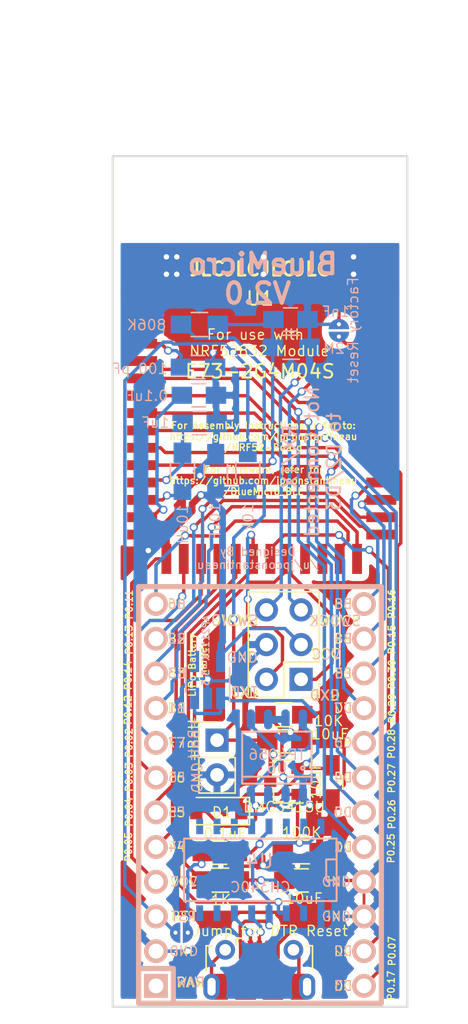
<source format=kicad_pcb>
(kicad_pcb (version 20171130) (host pcbnew "(5.0.0)")
  (layers (0 F.Cu signal) (31 B.Cu signal) (34 B.Paste user hide) (35 F.Paste user hide) (36 B.SilkS user) (37 F.SilkS user) (38 B.Mask user hide) (39 F.Mask user hide) (44 Edge.Cuts user))
  (net 0 "")
  (net 1 GND)
  (net 2 "Net-(C1-Pad1)")
  (net 3 "Net-(C2-Pad1)")
  (net 4 VCC)
  (net 5 SWDIO)
  (net 6 RESET)
  (net 7 SWDCLK)
  (net 8 "Net-(L1-Pad2)")
  (net 9 SCK)
  (net 10 /P0.11)
  (net 11 RXD)
  (net 12 TXD)
  (net 13 /P0.05)
  (net 14 /P0.04)
  (net 15 /P0.03)
  (net 16 /P0.02)
  (net 17 MOSI)
  (net 18 MISO)
  (net 19 /P0.15)
  (net 20 /P0.16)
  (net 21 SDA)
  (net 22 SCL)
  (net 23 /P0.27)
  (net 24 /P0.28)
  (net 25 /P0.29)
  (net 26 /P0.30)
  (net 27 "Net-(JP2-Pad1)")
  (net 28 /P0.07)
  (net 29 /P0.17)
  (net 30 "Net-(C4-Pad1)")
  (net 31 "Net-(J1-Pad6)")
  (net 32 /Data-)
  (net 33 /VBus)
  (net 34 /Data+)
  (net 35 "Net-(C5-Pad1)")
  (net 36 /VBatt)
  (net 37 "Net-(R3-Pad1)")
  (net 38 "Net-(C9-Pad1)")
  (net 39 /DTR)
  (net 40 "Net-(R6-Pad2)")
  (net 41 /P0.31)
  (module footprints:Pro_Micro (layer B.Cu) (at 109.22 139.7)
    (fp_text reference U2)
    (fp_text value ProMicro hide)
    (fp_text user RAW (at -5.08 12.192) (layer F.SilkS) (effects (font (size 0.7 0.7) (thickness 0.1))))
    (fp_text user GND (at -5.588 9.906) (layer F.SilkS) (effects (font (size 0.7 0.7) (thickness 0.1))))
    (fp_text user RST (at -5.588 7.366) (layer F.SilkS) (effects (font (size 0.7 0.7) (thickness 0.1))))
    (fp_text user VCC (at -5.588 4.826) (layer F.SilkS) (effects (font (size 0.7 0.7) (thickness 0.1))))
    (fp_text user F4 (at -6.096 2.286) (layer F.SilkS) (effects (font (size 0.7 0.7) (thickness 0.1))))
    (fp_text user F5 (at -6.096 -0.254) (layer F.SilkS) (effects (font (size 0.7 0.7) (thickness 0.1))))
    (fp_text user F7 (at -6.096 -5.334) (layer F.SilkS) (effects (font (size 0.7 0.7) (thickness 0.1))))
    (fp_text user F6 (at -6.096 -2.794) (layer F.SilkS) (effects (font (size 0.7 0.7) (thickness 0.1))))
    (fp_text user B1 (at -6.096 -7.874) (layer F.SilkS) (effects (font (size 0.7 0.7) (thickness 0.1))))
    (fp_text user B3 (at -6.096 -10.414) (layer F.SilkS) (effects (font (size 0.7 0.7) (thickness 0.1))))
    (fp_text user B2 (at -6.096 -12.954) (layer F.SilkS) (effects (font (size 0.7 0.7) (thickness 0.1))))
    (fp_text user B6 (at -6.096 -15.494) (layer F.SilkS) (effects (font (size 0.7 0.7) (thickness 0.1))))
    (fp_text user D3 (at 6.096 12.446) (layer F.SilkS) (effects (font (size 0.7 0.7) (thickness 0.1))))
    (fp_text user D2 (at 6.096 9.906) (layer F.SilkS) (effects (font (size 0.7 0.7) (thickness 0.1))))
    (fp_text user GND (at 5.588 7.366) (layer F.SilkS) (effects (font (size 0.7 0.7) (thickness 0.1))))
    (fp_text user GND (at 5.588 4.826) (layer F.SilkS) (effects (font (size 0.7 0.7) (thickness 0.1))))
    (fp_text user D1 (at 6.096 2.286) (layer F.SilkS) (effects (font (size 0.7 0.7) (thickness 0.1))))
    (fp_text user D0 (at 6.096 -0.254) (layer F.SilkS) (effects (font (size 0.7 0.7) (thickness 0.1))))
    (fp_text user D4 (at 6.096 -2.794) (layer F.SilkS) (effects (font (size 0.7 0.7) (thickness 0.1))))
    (fp_text user C6 (at 6.096 -5.334) (layer F.SilkS) (effects (font (size 0.7 0.7) (thickness 0.1))))
    (fp_text user D7 (at 6.096 -7.874) (layer F.SilkS) (effects (font (size 0.7 0.7) (thickness 0.1))))
    (fp_text user E6 (at 6.096 -10.414) (layer F.SilkS) (effects (font (size 0.7 0.7) (thickness 0.1))))
    (fp_text user B4 (at 6.096 -12.954) (layer F.SilkS) (effects (font (size 0.7 0.7) (thickness 0.1))))
    (fp_text user B5 (at 6.096 -15.494) (layer F.SilkS) (effects (font (size 0.7 0.7) (thickness 0.1))))
    (fp_text user B5 (at 6.096 -15.494) (layer B.SilkS) (effects (font (size 0.7 0.7) (thickness 0.1)) (justify mirror)))
    (fp_text user B4 (at 6.096 -12.954) (layer B.SilkS) (effects (font (size 0.7 0.7) (thickness 0.1)) (justify mirror)))
    (fp_text user E6 (at 6.096 -10.414) (layer B.SilkS) (effects (font (size 0.7 0.7) (thickness 0.1)) (justify mirror)))
    (fp_text user D7 (at 6.096 -7.874) (layer B.SilkS) (effects (font (size 0.7 0.7) (thickness 0.1)) (justify mirror)))
    (fp_text user C6 (at 6.096 -5.334) (layer B.SilkS) (effects (font (size 0.7 0.7) (thickness 0.1)) (justify mirror)))
    (fp_text user D4 (at 6.096 -2.794) (layer B.SilkS) (effects (font (size 0.7 0.7) (thickness 0.1)) (justify mirror)))
    (fp_text user D0 (at 6.096 -0.254) (layer B.SilkS) (effects (font (size 0.7 0.7) (thickness 0.1)) (justify mirror)))
    (fp_text user D1 (at 6.096 2.286) (layer B.SilkS) (effects (font (size 0.7 0.7) (thickness 0.1)) (justify mirror)))
    (fp_text user GND (at 5.588 4.826) (layer B.SilkS) (effects (font (size 0.7 0.7) (thickness 0.1)) (justify mirror)))
    (fp_text user GND (at 5.588 7.366) (layer B.SilkS) (effects (font (size 0.7 0.7) (thickness 0.1)) (justify mirror)))
    (fp_text user D2 (at 6.096 9.906) (layer B.SilkS) (effects (font (size 0.7 0.7) (thickness 0.1)) (justify mirror)))
    (fp_text user D3 (at 6.096 12.446) (layer B.SilkS) (effects (font (size 0.7 0.7) (thickness 0.1)) (justify mirror)))
    (fp_text user B6 (at -6.096 -15.494) (layer B.SilkS) (effects (font (size 0.7 0.7) (thickness 0.1)) (justify mirror)))
    (fp_text user B2 (at -6.096 -12.954) (layer B.SilkS) (effects (font (size 0.7 0.7) (thickness 0.1)) (justify mirror)))
    (fp_text user B3 (at -6.096 -10.414) (layer B.SilkS) (effects (font (size 0.7 0.7) (thickness 0.1)) (justify mirror)))
    (fp_text user B1 (at -6.096 -7.874) (layer B.SilkS) (effects (font (size 0.7 0.7) (thickness 0.1)) (justify mirror)))
    (fp_text user F6 (at -6.096 -2.794) (layer B.SilkS) (effects (font (size 0.7 0.7) (thickness 0.1)) (justify mirror)))
    (fp_text user F7 (at -6.096 -5.334) (layer B.SilkS) (effects (font (size 0.7 0.7) (thickness 0.1)) (justify mirror)))
    (fp_text user F5 (at -6.096 -0.254) (layer B.SilkS) (effects (font (size 0.7 0.7) (thickness 0.1)) (justify mirror)))
    (fp_text user F4 (at -6.096 2.286) (layer B.SilkS) (effects (font (size 0.7 0.7) (thickness 0.1)) (justify mirror)))
    (fp_text user VCC (at -5.588 4.826) (layer B.SilkS) (effects (font (size 0.7 0.7) (thickness 0.1)) (justify mirror)))
    (fp_text user RST (at -5.588 7.366) (layer B.SilkS) (effects (font (size 0.7 0.7) (thickness 0.1)) (justify mirror)))
    (fp_text user GND (at -5.588 9.906) (layer B.SilkS) (effects (font (size 0.7 0.7) (thickness 0.1)) (justify mirror)))
    (fp_text user RAW (at -5.08 12.192) (layer B.SilkS) (effects (font (size 0.7 0.7) (thickness 0.1)) (justify mirror)))
    (pad 1 thru_hole rect (at -7.62 12.446 90) (size 1.7526 1.7526) (drill 1.0922) (layers *.Cu *.SilkS *.Mask))
    (pad 2 thru_hole circle (at -7.62 9.906 90) (size 1.7526 1.7526) (drill 1.0922) (layers *.Cu *.SilkS *.Mask) (net 1 GND))
    (pad 3 thru_hole circle (at -7.62 7.366 90) (size 1.7526 1.7526) (drill 1.0922) (layers *.Cu *.SilkS *.Mask) (net 6 RESET))
    (pad 4 thru_hole circle (at -7.62 4.826 90) (size 1.7526 1.7526) (drill 1.0922) (layers *.Cu *.SilkS *.Mask) (net 4 VCC))
    (pad 5 thru_hole circle (at -7.62 2.286 90) (size 1.7526 1.7526) (drill 1.0922) (layers *.Cu *.SilkS *.Mask) (net 13 /P0.05))
    (pad 6 thru_hole circle (at -7.62 -0.254 90) (size 1.7526 1.7526) (drill 1.0922) (layers *.Cu *.SilkS *.Mask) (net 14 /P0.04))
    (pad 7 thru_hole circle (at -7.62 -2.794 90) (size 1.7526 1.7526) (drill 1.0922) (layers *.Cu *.SilkS *.Mask) (net 15 /P0.03))
    (pad 8 thru_hole circle (at -7.62 -5.334 90) (size 1.7526 1.7526) (drill 1.0922) (layers *.Cu *.SilkS *.Mask) (net 16 /P0.02))
    (pad 9 thru_hole circle (at -7.62 -7.874 90) (size 1.7526 1.7526) (drill 1.0922) (layers *.Cu *.SilkS *.Mask) (net 9 SCK))
    (pad 10 thru_hole circle (at -7.62 -10.414 90) (size 1.7526 1.7526) (drill 1.0922) (layers *.Cu *.SilkS *.Mask) (net 18 MISO))
    (pad 11 thru_hole circle (at -7.62 -12.954 90) (size 1.7526 1.7526) (drill 1.0922) (layers *.Cu *.SilkS *.Mask) (net 17 MOSI))
    (pad 12 thru_hole circle (at -7.62 -15.494 90) (size 1.7526 1.7526) (drill 1.0922) (layers *.Cu *.SilkS *.Mask) (net 10 /P0.11))
    (pad 24 thru_hole circle (at 7.62 -15.494 90) (size 1.7526 1.7526) (drill 1.0922) (layers *.Cu *.SilkS *.Mask) (net 20 /P0.16))
    (pad 23 thru_hole circle (at 7.62 -12.954 90) (size 1.7526 1.7526) (drill 1.0922) (layers *.Cu *.SilkS *.Mask) (net 19 /P0.15))
    (pad 22 thru_hole circle (at 7.62 -10.414 90) (size 1.7526 1.7526) (drill 1.0922) (layers *.Cu *.SilkS *.Mask) (net 26 /P0.30))
    (pad 21 thru_hole circle (at 7.62 -7.874 90) (size 1.7526 1.7526) (drill 1.0922) (layers *.Cu *.SilkS *.Mask) (net 25 /P0.29))
    (pad 20 thru_hole circle (at 7.62 -5.334 90) (size 1.7526 1.7526) (drill 1.0922) (layers *.Cu *.SilkS *.Mask) (net 24 /P0.28))
    (pad 19 thru_hole circle (at 7.62 -2.794 90) (size 1.7526 1.7526) (drill 1.0922) (layers *.Cu *.SilkS *.Mask) (net 23 /P0.27))
    (pad 18 thru_hole circle (at 7.62 -0.254 90) (size 1.7526 1.7526) (drill 1.0922) (layers *.Cu *.SilkS *.Mask) (net 22 SCL))
    (pad 17 thru_hole circle (at 7.62 2.286 90) (size 1.7526 1.7526) (drill 1.0922) (layers *.Cu *.SilkS *.Mask) (net 21 SDA))
    (pad 16 thru_hole circle (at 7.62 4.826 90) (size 1.7526 1.7526) (drill 1.0922) (layers *.Cu *.SilkS *.Mask) (net 1 GND))
    (pad 15 thru_hole circle (at 7.62 7.366 90) (size 1.7526 1.7526) (drill 1.0922) (layers *.Cu *.SilkS *.Mask) (net 1 GND))
    (pad 14 thru_hole circle (at 7.62 9.906 90) (size 1.7526 1.7526) (drill 1.0922) (layers *.Cu *.SilkS *.Mask) (net 28 /P0.07))
    (pad 13 thru_hole circle (at 7.62 12.446 90) (size 1.7526 1.7526) (drill 1.0922) (layers *.Cu *.SilkS *.Mask) (net 29 /P0.17))
  )
  (module Capacitors_SMD:C_0805_HandSoldering (layer B.Cu) (at 104.7442 108.93044)
    (fp_text reference C2 hide)
    (fp_text value 0.1uF (at -3.8173 0.04064) (layer B.SilkS) (effects (font (size 0.75 0.75) (thickness 0.1)) (justify mirror)))
    (pad 1 smd rect (at -1.25 0) (size 1.5 1.25) (layers B.Cu B.Paste B.Mask) (net 3 "Net-(C2-Pad1)"))
    (pad 2 smd rect (at 1.25 0) (size 1.5 1.25) (layers B.Cu B.Paste B.Mask) (net 1 GND))
  )
  (module Capacitors_SMD:C_0805_HandSoldering (layer B.Cu) (at 104.79754 110.96498)
    (fp_text reference C1 hide)
    (fp_text value 1uF (at -3.2458 -0.03556) (layer B.SilkS) (effects (font (size 0.75 0.75) (thickness 0.1)) (justify mirror)))
    (pad 1 smd rect (at -1.25 0) (size 1.5 1.25) (layers B.Cu B.Paste B.Mask) (net 2 "Net-(C1-Pad1)"))
    (pad 2 smd rect (at 1.25 0) (size 1.5 1.25) (layers B.Cu B.Paste B.Mask) (net 1 GND))
  )
  (module Capacitors_SMD:C_0805_HandSoldering (layer B.Cu) (at 105.97642 114.49018 90)
    (fp_text reference C3 hide)
    (fp_text value 10uF (at -3.69094 -0.04826 90) (layer B.SilkS) (effects (font (size 0.75 0.75) (thickness 0.1)) (justify mirror)))
    (pad 1 smd rect (at -1.25 0 90) (size 1.5 1.25) (layers B.Cu B.Paste B.Mask) (net 4 VCC))
    (pad 2 smd rect (at 1.25 0 90) (size 1.5 1.25) (layers B.Cu B.Paste B.Mask) (net 1 GND))
  )
  (module E73:SolderJumperSingle (layer F.Cu) (at 115.00104 104.18826 90)
    (fp_text reference JP2 hide)
    (fp_text value "Factory Reset" (at 0.02826 1.03896 90) (layer B.SilkS) (effects (font (size 0.75 0.75) (thickness 0.1)) (justify mirror)))
    (fp_poly (pts (xy -0.1 -0.75) (xy -0.3565 -0.7048) (xy -0.5821 -0.5745) (xy -0.7495 -0.375) (xy -0.8386 -0.1302) (xy -0.8386 0.1302) (xy -0.7495 0.375) (xy -0.5821 0.5745) (xy -0.3565 0.7048) (xy -0.1 0.75) (xy -0.1 -0.75)) (layer F.Cu) (width 0.01))
    (fp_poly (pts (xy 0.1 0.75) (xy 0.3565 0.7048) (xy 0.5821 0.5745) (xy 0.7495 0.375) (xy 0.8386 0.1302) (xy 0.8386 -0.1302) (xy 0.7495 -0.375) (xy 0.5821 -0.5745) (xy 0.3565 -0.7048) (xy 0.1 -0.75) (xy 0.1 0.75)) (layer F.Cu) (width 0.01))
    (fp_poly (pts (xy -0.1 -0.75) (xy -0.3565 -0.7048) (xy -0.5821 -0.5745) (xy -0.7495 -0.375) (xy -0.8386 -0.1302) (xy -0.8386 0.1302) (xy -0.7495 0.375) (xy -0.5821 0.5745) (xy -0.3565 0.7048) (xy -0.1 0.75) (xy -0.1 -0.75)) (layer B.Cu) (width 0.01))
    (fp_poly (pts (xy 0.1 0.75) (xy 0.3565 0.7048) (xy 0.5821 0.5745) (xy 0.7495 0.375) (xy 0.8386 0.1302) (xy 0.8386 -0.1302) (xy 0.7495 -0.375) (xy 0.5821 -0.5745) (xy 0.3565 -0.7048) (xy 0.1 -0.75) (xy 0.1 0.75)) (layer B.Cu) (width 0.01))
    (pad 2 thru_hole circle (at 0.45 0 90) (size 0.4 0.4) (drill 0.3) (layers *.Cu *.Mask) (net 1 GND))
    (pad 1 thru_hole circle (at -0.45 0 90) (size 0.4 0.4) (drill 0.3) (layers *.Cu *.Mask) (net 27 "Net-(JP2-Pad1)"))
    (pad 1 thru_hole circle (at -0.45 0 90) (size 0.4 0.4) (drill 0.3) (layers *.Cu *.Mask) (net 27 "Net-(JP2-Pad1)"))
    (pad 2 thru_hole circle (at 0.45 0 90) (size 0.4 0.4) (drill 0.3) (layers *.Cu *.Mask) (net 1 GND))
  )
  (module Inductors_SMD:L_0805_HandSoldering (layer B.Cu) (at 103.53802 114.4905 270)
    (fp_text reference L1 hide)
    (fp_text value 10uH (at 3.87858 -0.01524 270) (layer B.SilkS) (effects (font (size 0.75 0.75) (thickness 0.1)) (justify mirror)))
    (pad 1 smd rect (at -1.35 0 270) (size 1.5 1.3) (layers B.Cu B.Paste B.Mask) (net 2 "Net-(C1-Pad1)"))
    (pad 2 smd rect (at 1.35 0 270) (size 1.5 1.3) (layers B.Cu B.Paste B.Mask) (net 8 "Net-(L1-Pad2)"))
  )
  (module Resistors_SMD:R_0805_HandSoldering (layer B.Cu) (at 108.325921 114.430821 270)
    (fp_text reference R1 hide)
    (fp_text value 10k (at 3.417559 -0.020319 270) (layer B.SilkS) (effects (font (size 0.75 0.75) (thickness 0.1)) (justify mirror)))
    (pad 1 smd rect (at -1.35 0 270) (size 1.5 1.3) (layers B.Cu B.Paste B.Mask) (net 6 RESET))
    (pad 2 smd rect (at 1.35 0 270) (size 1.5 1.3) (layers B.Cu B.Paste B.Mask) (net 4 VCC))
  )
  (module E73:E73-2G4M04S (layer F.Cu) (at 109.22 106.68 180)
    (fp_text reference U1 (at 0 4.826 180) (layer F.SilkS))
    (fp_text value E73-2G4M04S (at 0 -0.5 180) (layer F.SilkS))
    (pad 27 smd rect (at -7.112 -14.224 180) (size 0.72 2.2) (layers F.Cu F.Paste F.Mask) (net 9 SCK))
    (pad 26 smd rect (at -5.842 -14.224 180) (size 0.72 2.2) (layers F.Cu F.Paste F.Mask) (net 10 /P0.11))
    (pad 25 smd rect (at -4.572 -14.224 180) (size 0.72 2.2) (layers F.Cu F.Paste F.Mask))
    (pad 24 smd rect (at -3.302 -14.224 180) (size 0.72 2.2) (layers F.Cu F.Paste F.Mask))
    (pad 23 smd rect (at -2.032 -14.224 180) (size 0.72 2.2) (layers F.Cu F.Paste F.Mask) (net 11 RXD))
    (pad 22 smd rect (at -0.762 -14.224 180) (size 0.72 2.2) (layers F.Cu F.Paste F.Mask) (net 28 /P0.07))
    (pad 21 smd rect (at 0.508 -14.224 180) (size 0.72 2.2) (layers F.Cu F.Paste F.Mask) (net 12 TXD))
    (pad 20 smd rect (at 1.778 -14.224 180) (size 0.72 2.2) (layers F.Cu F.Paste F.Mask) (net 13 /P0.05))
    (pad 19 smd rect (at 3.048 -14.224 180) (size 0.72 2.2) (layers F.Cu F.Paste F.Mask) (net 14 /P0.04))
    (pad 18 smd rect (at 4.318 -14.224 180) (size 0.72 2.2) (layers F.Cu F.Paste F.Mask) (net 15 /P0.03))
    (pad 17 smd rect (at 5.588 -14.224 180) (size 0.72 2.2) (layers F.Cu F.Paste F.Mask) (net 16 /P0.02))
    (pad 16 smd rect (at 6.858 -14.224 180) (size 0.72 2.2) (layers F.Cu F.Paste F.Mask) (net 4 VCC))
    (pad 28 smd rect (at -8.89 -12.446 180) (size 2.2 0.72) (layers F.Cu F.Paste F.Mask) (net 17 MOSI))
    (pad 29 smd rect (at -8.89 -11.176 180) (size 2.2 0.72) (layers F.Cu F.Paste F.Mask) (net 18 MISO))
    (pad 30 smd rect (at -8.89 -9.906 180) (size 2.2 0.72) (layers F.Cu F.Paste F.Mask) (net 19 /P0.15))
    (pad 31 smd rect (at -8.89 -8.636 180) (size 2.2 0.72) (layers F.Cu F.Paste F.Mask) (net 20 /P0.16))
    (pad 32 smd rect (at -8.89 -7.366 180) (size 2.2 0.72) (layers F.Cu F.Paste F.Mask) (net 29 /P0.17))
    (pad 33 smd rect (at -8.89 -6.096 180) (size 2.2 0.72) (layers F.Cu F.Paste F.Mask))
    (pad 34 smd rect (at -8.89 -4.826 180) (size 2.2 0.72) (layers F.Cu F.Paste F.Mask))
    (pad 35 smd rect (at -8.89 -3.556 180) (size 2.2 0.72) (layers F.Cu F.Paste F.Mask))
    (pad 36 smd rect (at -8.89 -2.286 180) (size 2.2 0.72) (layers F.Cu F.Paste F.Mask) (net 6 RESET))
    (pad 37 smd rect (at -8.89 -1.016 180) (size 2.2 0.72) (layers F.Cu F.Paste F.Mask) (net 7 SWDCLK))
    (pad 38 smd rect (at -8.89 0.254 180) (size 2.2 0.72) (layers F.Cu F.Paste F.Mask) (net 5 SWDIO))
    (pad 39 smd rect (at -8.89 1.524 180) (size 2.2 0.72) (layers F.Cu F.Paste F.Mask) (net 27 "Net-(JP2-Pad1)"))
    (pad 40 smd rect (at -8.89 2.794 180) (size 2.2 0.72) (layers F.Cu F.Paste F.Mask))
    (pad 41 smd rect (at -8.89 4.064 180) (size 2.2 0.72) (layers F.Cu F.Paste F.Mask))
    (pad 42 smd rect (at -8.89 6.604 180) (size 2.2 0.72) (layers F.Cu F.Paste F.Mask) (net 1 GND))
    (pad 43 smd rect (at -8.89 7.874 180) (size 2.2 0.72) (layers F.Cu F.Paste F.Mask) (net 1 GND))
    (pad 0 smd rect (at 8.636 7.874 180) (size 2.2 0.72) (layers F.Cu F.Paste F.Mask) (net 1 GND))
    (pad 1 smd rect (at 8.636 6.604 180) (size 2.2 0.72) (layers F.Cu F.Paste F.Mask) (net 1 GND))
    (pad 2 smd rect (at 8.636 4.064 180) (size 2.2 0.72) (layers F.Cu F.Paste F.Mask) (net 1 GND))
    (pad 3 smd rect (at 8.636 2.794 180) (size 2.2 0.72) (layers F.Cu F.Paste F.Mask))
    (pad 4 smd rect (at 8.636 1.524 180) (size 2.2 0.72) (layers F.Cu F.Paste F.Mask) (net 30 "Net-(C4-Pad1)"))
    (pad 5 smd rect (at 8.636 0.254 180) (size 2.2 0.72) (layers F.Cu F.Paste F.Mask) (net 21 SDA))
    (pad 6 smd rect (at 8.636 -1.016 180) (size 2.2 0.72) (layers F.Cu F.Paste F.Mask) (net 22 SCL))
    (pad 7 smd rect (at 8.636 -2.286 180) (size 2.2 0.72) (layers F.Cu F.Paste F.Mask) (net 23 /P0.27))
    (pad 8 smd rect (at 8.636 -3.556 180) (size 2.2 0.72) (layers F.Cu F.Paste F.Mask) (net 24 /P0.28))
    (pad 9 smd rect (at 8.636 -4.826 180) (size 2.2 0.72) (layers F.Cu F.Paste F.Mask) (net 25 /P0.29))
    (pad 10 smd rect (at 8.636 -6.096 180) (size 2.2 0.72) (layers F.Cu F.Paste F.Mask) (net 26 /P0.30))
    (pad 11 smd rect (at 8.636 -7.366 180) (size 2.2 0.72) (layers F.Cu F.Paste F.Mask) (net 41 /P0.31))
    (pad 12 smd rect (at 8.636 -8.636 180) (size 2.2 0.72) (layers F.Cu F.Paste F.Mask) (net 2 "Net-(C1-Pad1)"))
    (pad 13 smd rect (at 8.636 -9.906 180) (size 2.2 0.72) (layers F.Cu F.Paste F.Mask) (net 8 "Net-(L1-Pad2)"))
    (pad 14 smd rect (at 8.636 -11.176 180) (size 2.2 0.72) (layers F.Cu F.Paste F.Mask) (net 3 "Net-(C2-Pad1)"))
    (pad 15 smd rect (at 8.636 -12.446 180) (size 2.2 0.72) (layers F.Cu F.Paste F.Mask) (net 1 GND))
  )
  (module Capacitors_SMD:C_0805_HandSoldering (layer B.Cu) (at 104.67816 106.8705)
    (fp_text reference C4 hide)
    (fp_text value "100 pF" (at -4.26434 0.12192) (layer B.SilkS) (effects (font (size 0.75 0.75) (thickness 0.1)) (justify mirror)))
    (pad 1 smd rect (at -1.25 0) (size 1.5 1.25) (layers B.Cu B.Paste B.Mask) (net 30 "Net-(C4-Pad1)"))
    (pad 2 smd rect (at 1.25 0) (size 1.5 1.25) (layers B.Cu B.Paste B.Mask) (net 1 GND))
  )
  (module Connectors_USB:USB_Micro-B_Molex-105017-0001 (layer F.Cu) (at 109.1692 151.85898)
    (fp_text reference J1 hide)
    (fp_text value USB_OTG)
    (pad 6 smd rect (at 1 0.35) (size 1.5 1.9) (layers F.Cu F.Paste F.Mask) (net 31 "Net-(J1-Pad6)"))
    (pad 6 thru_hole circle (at -2.5 -2.35) (size 1.45 1.45) (drill 0.85) (layers *.Cu *.Mask) (net 31 "Net-(J1-Pad6)"))
    (pad 2 smd rect (at -0.65 -2.35) (size 0.4 1.35) (layers F.Cu F.Paste F.Mask) (net 32 /Data-))
    (pad 1 smd rect (at -1.3 -2.35) (size 0.4 1.35) (layers F.Cu F.Paste F.Mask) (net 33 /VBus))
    (pad 5 smd rect (at 1.3 -2.35) (size 0.4 1.35) (layers F.Cu F.Paste F.Mask) (net 1 GND))
    (pad 4 smd rect (at 0.65 -2.35) (size 0.4 1.35) (layers F.Cu F.Paste F.Mask))
    (pad 3 smd rect (at 0 -2.35) (size 0.4 1.35) (layers F.Cu F.Paste F.Mask) (net 34 /Data+))
    (pad 6 thru_hole circle (at 2.5 -2.35) (size 1.45 1.45) (drill 0.85) (layers *.Cu *.Mask) (net 31 "Net-(J1-Pad6)"))
    (pad 6 smd rect (at -1 0.35) (size 1.5 1.9) (layers F.Cu F.Paste F.Mask) (net 31 "Net-(J1-Pad6)"))
    (pad 6 thru_hole oval (at -3.5 0.35 180) (size 1.2 1.9) (drill oval 0.6 1.3) (layers *.Cu *.Mask) (net 31 "Net-(J1-Pad6)"))
    (pad 6 thru_hole oval (at 3.5 0.35) (size 1.2 1.9) (drill oval 0.6 1.3) (layers *.Cu *.Mask) (net 31 "Net-(J1-Pad6)"))
    (pad 6 smd rect (at 2.9 0.35) (size 1.2 1.9) (layers F.Cu F.Mask) (net 31 "Net-(J1-Pad6)"))
    (pad 6 smd rect (at -2.9 0.35) (size 1.2 1.9) (layers F.Cu F.Mask) (net 31 "Net-(J1-Pad6)"))
  )
  (module TO_SOT_Packages_SMD:SOT-23-5_HandSoldering (layer B.Cu) (at 105.38464 129.75718 90)
    (fp_text reference U3)
    (fp_text value AP2112K-3.3 (at 2.14718 -0.13464 90) (layer B.SilkS) (effects (font (size 0.5 0.5) (thickness 0.1)) (justify mirror)))
    (pad 1 smd rect (at -1.35 0.95 90) (size 1.56 0.65) (layers B.Cu B.Paste B.Mask) (net 35 "Net-(C5-Pad1)"))
    (pad 2 smd rect (at -1.35 0 90) (size 1.56 0.65) (layers B.Cu B.Paste B.Mask) (net 1 GND))
    (pad 3 smd rect (at -1.35 -0.95 90) (size 1.56 0.65) (layers B.Cu B.Paste B.Mask) (net 35 "Net-(C5-Pad1)"))
    (pad 4 smd rect (at 1.35 -0.95 90) (size 1.56 0.65) (layers B.Cu B.Paste B.Mask))
    (pad 5 smd rect (at 1.35 0.95 90) (size 1.56 0.65) (layers B.Cu B.Paste B.Mask) (net 4 VCC))
  )
  (module TO_SOT_Packages_SMD:SOT-23 (layer F.Cu) (at 110.97336 137.18282 180)
    (fp_text reference Q1 hide)
    (fp_text value DMG3415U (at -0.01664 -1.87718 180) (layer F.SilkS) (effects (font (size 0.75 0.75) (thickness 0.1))))
    (pad 1 smd rect (at -1 -0.95 180) (size 0.9 0.8) (layers F.Cu F.Paste F.Mask) (net 33 /VBus))
    (pad 2 smd rect (at -1 0.95 180) (size 0.9 0.8) (layers F.Cu F.Paste F.Mask) (net 35 "Net-(C5-Pad1)"))
    (pad 3 smd rect (at 1 0 180) (size 0.9 0.8) (layers F.Cu F.Paste F.Mask) (net 36 /VBatt))
  )
  (module Capacitors_SMD:C_0805_HandSoldering (layer F.Cu) (at 114.43462 137.26128 270)
    (fp_text reference C5 hide)
    (fp_text value 10uF (at -0.14446 1.13538 270) (layer F.SilkS) (effects (font (size 0.75 0.75) (thickness 0.1))))
    (pad 1 smd rect (at -1.25 0 270) (size 1.5 1.25) (layers F.Cu F.Paste F.Mask) (net 35 "Net-(C5-Pad1)"))
    (pad 2 smd rect (at 1.25 0 270) (size 1.5 1.25) (layers F.Cu F.Paste F.Mask) (net 1 GND))
  )
  (module Capacitors_SMD:C_0805_HandSoldering (layer F.Cu) (at 111.00276 134.24662)
    (fp_text reference C7)
    (fp_text value 10uF (at 3.34724 -0.51662) (layer F.SilkS) (effects (font (size 0.75 0.75) (thickness 0.1))))
    (pad 1 smd rect (at -1.25 0) (size 1.5 1.25) (layers F.Cu F.Paste F.Mask) (net 36 /VBatt))
    (pad 2 smd rect (at 1.25 0) (size 1.5 1.25) (layers F.Cu F.Paste F.Mask) (net 1 GND))
  )
  (module Pin_Headers:Pin_Header_Straight_1x02_Pitch2.54mm (layer F.Cu) (at 106.07294 134.16788)
    (fp_text reference J3)
    (fp_text value Conn_01x02)
    (pad 1 thru_hole rect (at 0 0) (size 1.7 1.7) (drill 1) (layers *.Cu *.Mask) (net 36 /VBatt))
    (pad 2 thru_hole oval (at 0 2.54) (size 1.7 1.7) (drill 1) (layers *.Cu *.Mask) (net 1 GND))
  )
  (module Resistors_SMD:R_0805_HandSoldering (layer F.Cu) (at 112.24006 142.33398)
    (fp_text reference R2 hide)
    (fp_text value 100K (at 0.03556 -1.40716) (layer F.SilkS) (effects (font (size 0.75 0.75) (thickness 0.1))))
    (pad 1 smd rect (at -1.35 0) (size 1.5 1.3) (layers F.Cu F.Paste F.Mask) (net 33 /VBus))
    (pad 2 smd rect (at 1.35 0) (size 1.5 1.3) (layers F.Cu F.Paste F.Mask) (net 1 GND))
  )
  (module Resistors_SMD:R_0805_HandSoldering (layer F.Cu) (at 110.96752 132.3086)
    (fp_text reference R3 hide)
    (fp_text value 10K (at 3.27248 0.4514) (layer F.SilkS) (effects (font (size 0.75 0.75) (thickness 0.1))))
    (pad 1 smd rect (at -1.35 0) (size 1.5 1.3) (layers F.Cu F.Paste F.Mask) (net 37 "Net-(R3-Pad1)"))
    (pad 2 smd rect (at 1.35 0) (size 1.5 1.3) (layers F.Cu F.Paste F.Mask) (net 1 GND))
  )
  (module Capacitors_SMD:C_0805_HandSoldering (layer F.Cu) (at 112.25498 144.43202)
    (fp_text reference C8)
    (fp_text value 10uF (at 0.18066 1.3208) (layer F.SilkS) (effects (font (size 0.75 0.75) (thickness 0.1))))
    (pad 1 smd rect (at -1.25 0) (size 1.5 1.25) (layers F.Cu F.Paste F.Mask) (net 33 /VBus))
    (pad 2 smd rect (at 1.25 0) (size 1.5 1.25) (layers F.Cu F.Paste F.Mask) (net 1 GND))
  )
  (module Resistors_SMD:R_0805_HandSoldering (layer F.Cu) (at 106.3206 144.40916)
    (fp_text reference R6 hide)
    (fp_text value 1K (at 0.04444 1.43764) (layer F.SilkS) (effects (font (size 0.75 0.75) (thickness 0.1))))
    (pad 1 smd rect (at -1.35 0) (size 1.5 1.3) (layers F.Cu F.Paste F.Mask) (net 11 RXD))
    (pad 2 smd rect (at 1.35 0) (size 1.5 1.3) (layers F.Cu F.Paste F.Mask) (net 40 "Net-(R6-Pad2)"))
  )
  (module SMD_Packages:SO-16-N (layer B.Cu) (at 109.2454 143.65224 180)
    (fp_text reference U4 (at 0.04572 0.62738 180) (layer B.SilkS) (effects (justify mirror)))
    (fp_text value CH340C (at 0 -1.27 180) (layer B.SilkS) (effects (font (size 0.75 0.75) (thickness 0.11)) (justify mirror)))
    (pad 16 smd rect (at -4.445 3.175 180) (size 0.508 1.143) (layers B.Cu B.Paste B.Mask) (net 33 /VBus))
    (pad 14 smd rect (at -1.905 3.175 180) (size 0.508 1.143) (layers B.Cu B.Paste B.Mask))
    (pad 13 smd rect (at -0.635 3.175 180) (size 0.508 1.143) (layers B.Cu B.Paste B.Mask) (net 39 /DTR))
    (pad 12 smd rect (at 0.635 3.175 180) (size 0.508 1.143) (layers B.Cu B.Paste B.Mask))
    (pad 11 smd rect (at 1.905 3.175 180) (size 0.508 1.143) (layers B.Cu B.Paste B.Mask))
    (pad 10 smd rect (at 3.175 3.175 180) (size 0.508 1.143) (layers B.Cu B.Paste B.Mask))
    (pad 9 smd rect (at 4.445 3.175 180) (size 0.508 1.143) (layers B.Cu B.Paste B.Mask))
    (pad 8 smd rect (at 4.445 -3.175 180) (size 0.508 1.143) (layers B.Cu B.Paste B.Mask))
    (pad 7 smd rect (at 3.175 -3.175 180) (size 0.508 1.143) (layers B.Cu B.Paste B.Mask))
    (pad 6 smd rect (at 1.905 -3.175 180) (size 0.508 1.143) (layers B.Cu B.Paste B.Mask) (net 32 /Data-))
    (pad 5 smd rect (at 0.635 -3.175 180) (size 0.508 1.143) (layers B.Cu B.Paste B.Mask) (net 34 /Data+))
    (pad 4 smd rect (at -0.635 -3.175 180) (size 0.508 1.143) (layers B.Cu B.Paste B.Mask) (net 33 /VBus))
    (pad 3 smd rect (at -1.905 -3.175 180) (size 0.508 1.143) (layers B.Cu B.Paste B.Mask) (net 12 TXD))
    (pad 2 smd rect (at -3.175 -3.175 180) (size 0.508 1.143) (layers B.Cu B.Paste B.Mask) (net 40 "Net-(R6-Pad2)"))
    (pad 1 smd rect (at -4.445 -3.175 180) (size 0.508 1.143) (layers B.Cu B.Paste B.Mask) (net 1 GND))
    (pad 15 smd rect (at -3.175 3.175 180) (size 0.508 1.143) (layers B.Cu B.Paste B.Mask))
  )
  (module Capacitors_SMD:C_0805_HandSoldering (layer F.Cu) (at 106.27836 142.40256)
    (fp_text reference C9 hide)
    (fp_text value 0.1uF (at 0.36862 -1.40462) (layer F.SilkS) (effects (font (size 0.75 0.75) (thickness 0.1))))
    (pad 1 smd rect (at -1.25 0) (size 1.5 1.25) (layers F.Cu F.Paste F.Mask) (net 38 "Net-(C9-Pad1)"))
    (pad 2 smd rect (at 1.25 0) (size 1.5 1.25) (layers F.Cu F.Paste F.Mask) (net 39 /DTR))
  )
  (module Pin_Headers:Pin_Header_Straight_2x03_Pitch2.54mm (layer F.Cu) (at 112.2299 129.71526 180)
    (fp_text reference J2)
    (fp_text value "Serial Connector")
    (pad 1 thru_hole rect (at 0 0 180) (size 1.7 1.7) (drill 1) (layers *.Cu *.Mask) (net 11 RXD))
    (pad 2 thru_hole oval (at 2.54 0 180) (size 1.7 1.7) (drill 1) (layers *.Cu *.Mask) (net 12 TXD))
    (pad 3 thru_hole oval (at 0 2.54 180) (size 1.7 1.7) (drill 1) (layers *.Cu *.Mask) (net 4 VCC))
    (pad 4 thru_hole oval (at 2.54 2.54 180) (size 1.7 1.7) (drill 1) (layers *.Cu *.Mask) (net 1 GND))
    (pad 5 thru_hole oval (at 0 5.08 180) (size 1.7 1.7) (drill 1) (layers *.Cu *.Mask) (net 7 SWDCLK))
    (pad 6 thru_hole oval (at 2.54 5.08 180) (size 1.7 1.7) (drill 1) (layers *.Cu *.Mask) (net 5 SWDIO))
  )
  (module E73:SolderJumperSingle (layer F.Cu) (at 103.47706 148.25472)
    (fp_text reference JP1 hide)
    (fp_text value JUMPER-SMT_2_NO hide)
    (fp_poly (pts (xy -0.1 -0.75) (xy -0.3565 -0.7048) (xy -0.5821 -0.5745) (xy -0.7495 -0.375) (xy -0.8386 -0.1302) (xy -0.8386 0.1302) (xy -0.7495 0.375) (xy -0.5821 0.5745) (xy -0.3565 0.7048) (xy -0.1 0.75) (xy -0.1 -0.75)) (layer F.Cu) (width 0.01))
    (fp_poly (pts (xy 0.1 0.75) (xy 0.3565 0.7048) (xy 0.5821 0.5745) (xy 0.7495 0.375) (xy 0.8386 0.1302) (xy 0.8386 -0.1302) (xy 0.7495 -0.375) (xy 0.5821 -0.5745) (xy 0.3565 -0.7048) (xy 0.1 -0.75) (xy 0.1 0.75)) (layer F.Cu) (width 0.01))
    (fp_poly (pts (xy -0.1 -0.75) (xy -0.3565 -0.7048) (xy -0.5821 -0.5745) (xy -0.7495 -0.375) (xy -0.8386 -0.1302) (xy -0.8386 0.1302) (xy -0.7495 0.375) (xy -0.5821 0.5745) (xy -0.3565 0.7048) (xy -0.1 0.75) (xy -0.1 -0.75)) (layer B.Cu) (width 0.01))
    (fp_poly (pts (xy 0.1 0.75) (xy 0.3565 0.7048) (xy 0.5821 0.5745) (xy 0.7495 0.375) (xy 0.8386 0.1302) (xy 0.8386 -0.1302) (xy 0.7495 -0.375) (xy 0.5821 -0.5745) (xy 0.3565 -0.7048) (xy 0.1 -0.75) (xy 0.1 0.75)) (layer B.Cu) (width 0.01))
    (pad 2 thru_hole circle (at 0.45 0) (size 0.4 0.4) (drill 0.3) (layers *.Cu *.Mask) (net 38 "Net-(C9-Pad1)"))
    (pad 1 thru_hole circle (at -0.45 0) (size 0.4 0.4) (drill 0.3) (layers *.Cu *.Mask) (net 6 RESET))
    (pad 1 thru_hole circle (at -0.45 0) (size 0.4 0.4) (drill 0.3) (layers *.Cu *.Mask) (net 6 RESET))
    (pad 2 thru_hole circle (at 0.45 0) (size 0.4 0.4) (drill 0.3) (layers *.Cu *.Mask) (net 38 "Net-(C9-Pad1)"))
  )
  (module Power_Integrations:SO-8 (layer B.Cu) (at 110.45444 135.44296 180)
    (fp_text reference U6 (at -0.01556 -0.76704 180) (layer B.SilkS) (effects (font (size 0.75 0.75) (thickness 0.1)) (justify mirror)))
    (fp_text value TP4056 (at -0.00254 0.214721 180) (layer B.SilkS) (effects (font (size 0.75 0.75) (thickness 0.1)) (justify mirror)))
    (pad 1 smd oval (at -1.905 -2.794 180) (size 0.6096 1.4732) (layers B.Cu B.Paste B.Mask) (net 1 GND))
    (pad 2 smd oval (at -0.635 -2.794 180) (size 0.6096 1.4732) (layers B.Cu B.Paste B.Mask) (net 37 "Net-(R3-Pad1)"))
    (pad 3 smd oval (at 0.635 -2.794 180) (size 0.6096 1.4732) (layers B.Cu B.Paste B.Mask) (net 1 GND))
    (pad 4 smd oval (at 1.905 -2.794 180) (size 0.6096 1.4732) (layers B.Cu B.Paste B.Mask) (net 33 /VBus))
    (pad 5 smd oval (at 1.905 2.794 180) (size 0.6096 1.4732) (layers B.Cu B.Paste B.Mask) (net 36 /VBatt))
    (pad 6 smd oval (at 0.635 2.794 180) (size 0.6096 1.4732) (layers B.Cu B.Paste B.Mask) (net 1 GND))
    (pad 7 smd oval (at -0.635 2.794 180) (size 0.6096 1.4732) (layers B.Cu B.Paste B.Mask) (net 1 GND))
    (pad 8 smd oval (at -1.905 2.794 180) (size 0.6096 1.4732) (layers B.Cu B.Paste B.Mask) (net 33 /VBus))
  )
  (module Capacitors_SMD:C_0805_HandSoldering (layer B.Cu) (at 111.4498 103.38816)
    (fp_text reference C6 hide)
    (fp_text value 1nF (at 3.32772 -0.57404) (layer B.SilkS) (effects (font (size 0.75 0.75) (thickness 0.1)) (justify mirror)))
    (pad 1 smd rect (at -1.25 0) (size 1.5 1.25) (layers B.Cu B.Paste B.Mask) (net 41 /P0.31))
    (pad 2 smd rect (at 1.25 0) (size 1.5 1.25) (layers B.Cu B.Paste B.Mask) (net 1 GND))
  )
  (module Resistors_SMD:R_0805_HandSoldering (layer B.Cu) (at 104.78008 103.75646)
    (fp_text reference R4 hide)
    (fp_text value 806K (at -3.87224 0.03302) (layer B.SilkS) (effects (font (size 0.75 0.75) (thickness 0.1)) (justify mirror)))
    (pad 1 smd rect (at -1.35 0) (size 1.5 1.3) (layers B.Cu B.Paste B.Mask) (net 36 /VBatt))
    (pad 2 smd rect (at 1.35 0) (size 1.5 1.3) (layers B.Cu B.Paste B.Mask) (net 41 /P0.31))
  )
  (module Resistors_SMD:R_0805_HandSoldering (layer B.Cu) (at 111.49458 105.41762)
    (fp_text reference R5 hide)
    (fp_text value 2M (at 3.13816 0.09398) (layer B.SilkS) (effects (font (size 0.75 0.75) (thickness 0.1)) (justify mirror)))
    (pad 1 smd rect (at -1.35 0) (size 1.5 1.3) (layers B.Cu B.Paste B.Mask) (net 41 /P0.31))
    (pad 2 smd rect (at 1.35 0) (size 1.5 1.3) (layers B.Cu B.Paste B.Mask) (net 1 GND))
  )
  (module Diodes_SMD:D_SOD-123 (layer F.Cu) (at 106.2 139.36 180)
    (fp_text reference D1 (at -0.23 -0.09 180) (layer F.SilkS) (effects (font (size 0.75 0.75) (thickness 0.1))))
    (fp_text value MBR120)
    (pad 1 smd rect (at -1.65 0 180) (size 0.9 1.2) (layers F.Cu F.Paste F.Mask) (net 35 "Net-(C5-Pad1)"))
    (pad 2 smd rect (at 1.65 0 180) (size 0.9 1.2) (layers F.Cu F.Paste F.Mask) (net 33 /VBus))
  )
  (gr_text "For Assembly Instructions, refer to:\nhttps://github.com/jpconstantineau\n/NRF52-Board\n\nFor Firmware, refer to:\nhttps://github.com/jpconstantineau\n/BlueMicro_BLE\n" (at 109.47 113.56) (layer F.SilkS) (effects (font (size 0.5 0.5) (thickness 0.1))))
  (gr_text "For use with \nNRF52832 Module" (at 109.17 105.09) (layer F.SilkS) (effects (font (size 0.75 0.75) (thickness 0.1))))
  (gr_text "LiPo Battery \nCharger" (at 104.65 128.49 90) (layer F.SilkS) (effects (font (size 0.5 0.5) (thickness 0.1))))
  (gr_text P0.12 (at 99.55 131.96 90) (layer F.SilkS) (effects (font (size 0.5 0.5) (thickness 0.1))))
  (gr_text P0.14 (at 99.56 129.42 90) (layer F.SilkS) (effects (font (size 0.5 0.5) (thickness 0.1))))
  (gr_text P0.13 (at 99.62 126.82 90) (layer F.SilkS) (effects (font (size 0.5 0.5) (thickness 0.1))))
  (gr_text P0.26 (at 118.87 139.59 90) (layer F.SilkS) (effects (font (size 0.5 0.5) (thickness 0.1))))
  (gr_text P0.25 (at 118.82 142.08 90) (layer F.SilkS) (effects (font (size 0.5 0.5) (thickness 0.1))))
  (gr_text P0.05 (at 99.58 141.98 90) (layer F.SilkS) (effects (font (size 0.5 0.5) (thickness 0.1))))
  (gr_text P0.04 (at 99.62 139.41 90) (layer F.SilkS) (effects (font (size 0.5 0.5) (thickness 0.1))))
  (gr_text P0.03 (at 99.62 136.86 90) (layer F.SilkS) (effects (font (size 0.5 0.5) (thickness 0.1))))
  (gr_text P0.02 (at 99.62 134.36 90) (layer F.SilkS) (effects (font (size 0.5 0.5) (thickness 0.1))))
  (gr_text P0.11 (at 99.64 124.25 90) (layer F.SilkS) (effects (font (size 0.5 0.5) (thickness 0.1))))
  (gr_text P0.16 (at 118.88 124.2 90) (layer F.SilkS) (effects (font (size 0.5 0.5) (thickness 0.1))))
  (gr_text P0.15 (at 118.88 126.8 90) (layer F.SilkS) (effects (font (size 0.5 0.5) (thickness 0.1))))
  (gr_text P0.30 (at 118.89 129.36 90) (layer F.SilkS) (effects (font (size 0.5 0.5) (thickness 0.1))))
  (gr_text P0.29 (at 118.91 131.85 90) (layer F.SilkS) (effects (font (size 0.5 0.5) (thickness 0.1))))
  (gr_text P0.28 (at 118.85 134.44 90) (layer F.SilkS) (effects (font (size 0.5 0.5) (thickness 0.1))))
  (gr_text P0.27 (at 118.86 136.96 90) (layer F.SilkS) (effects (font (size 0.5 0.5) (thickness 0.1))))
  (gr_text P0.07 (at 118.89 149.6 90) (layer F.SilkS) (effects (font (size 0.5 0.5) (thickness 0.1))))
  (gr_text P0.17 (at 118.83 152.12 90) (layer F.SilkS) (effects (font (size 0.5 0.5) (thickness 0.1))))
  (gr_text "Designed By\n/u/jpconstantineau" (at 109.06 120.85) (layer B.SilkS) (effects (font (size 0.6 0.6) (thickness 0.1)) (justify mirror)))
  (gr_text SWDIO (at 107.36 125.42) (layer B.SilkS) (effects (font (size 0.75 0.75) (thickness 0.1)) (justify mirror)))
  (gr_text GND (at 107.92 128.12) (layer B.SilkS) (effects (font (size 0.75 0.75) (thickness 0.1)) (justify mirror)))
  (gr_text TXD (at 108.06 130.66) (layer B.SilkS) (effects (font (size 0.75 0.75) (thickness 0.1)) (justify mirror)))
  (gr_text RXD (at 113.96 130.89) (layer B.SilkS) (effects (font (size 0.75 0.75) (thickness 0.1)) (justify mirror)))
  (gr_text VCC (at 114.05 127.89) (layer B.SilkS) (effects (font (size 0.75 0.75) (thickness 0.1)) (justify mirror)))
  (gr_text SWDCK (at 114.72 125.44) (layer B.SilkS) (effects (font (size 0.75 0.75) (thickness 0.1)) (justify mirror)))
  (gr_text GND (at 107.92 128.11) (layer F.SilkS) (effects (font (size 0.75 0.75) (thickness 0.1))))
  (gr_text TXD (at 108.12 130.67) (layer F.SilkS) (effects (font (size 0.75 0.75) (thickness 0.1))))
  (gr_text RXD (at 113.99 130.89) (layer F.SilkS) (effects (font (size 0.75 0.75) (thickness 0.1))))
  (gr_text VCC (at 114.04 127.86) (layer F.SilkS) (effects (font (size 0.75 0.75) (thickness 0.1))))
  (gr_text SWDCK (at 114.74 125.47) (layer F.SilkS) (effects (font (size 0.75 0.75) (thickness 0.1))))
  (gr_text SWDIO (at 107.37 125.4) (layer F.SilkS) (effects (font (size 0.75 0.75) (thickness 0.1))))
  (gr_text +Batt (at 104.37 134.03 90) (layer B.SilkS) (effects (font (size 0.75 0.75) (thickness 0.1)) (justify mirror)))
  (gr_text GND (at 104.61 136.91 90) (layer B.SilkS) (effects (font (size 0.75 0.75) (thickness 0.1)) (justify mirror)))
  (gr_text +Batt (at 104.38 134.15 90) (layer F.SilkS) (effects (font (size 0.75 0.75) (thickness 0.1))))
  (gr_text GND (at 104.62 136.91 90) (layer F.SilkS) (effects (font (size 0.75 0.75) (thickness 0.1))))
  (gr_text "Jump for DTR Reset" (at 109.982 148.12518) (layer F.SilkS) (effects (font (size 0.75 0.75) (thickness 0.1))))
  (gr_text "RX/TX \nNot Connected\nto D2/D3" (at 113.03 113.79708 90) (layer B.SilkS) (effects (font (size 1 1)) (justify mirror)))
  (gr_text V2.0 (at 109.03204 101.4857) (layer B.SilkS) (effects (font (size 1.5 1.5) (thickness 0.3)) (justify mirror)))
  (gr_text BlueMicro (at 109.4105 99.32416) (layer B.SilkS) (effects (font (size 1.5 1.5) (thickness 0.3)) (justify mirror)))
  (gr_text JLCJLCJLCJLC (at 109.22 99.695) (layer F.SilkS) (effects (font (size 1 1) (thickness 0.2))))
  (gr_line (start 120.015 153.67) (end 98.425 153.67) (layer Edge.Cuts) (width 0.15))
  (gr_line (start 120.015 91.44) (end 120.015 153.67) (layer Edge.Cuts) (width 0.15))
  (gr_line (start 98.425 91.44) (end 120.015 91.44) (layer Edge.Cuts) (width 0.15))
  (gr_line (start 98.425 153.67) (end 98.425 91.44) (layer Edge.Cuts) (width 0.15))
  (segment (start 101.6 149.606) (end 103.94 149.606) (width 0.25) (layer B.Cu) (net 1))
  (via (at 103.94 149.606) (size 0.6) (drill 0.4) (layers F.Cu B.Cu) (net 1))
  (segment (start 109.45 143.33) (end 109.025736 143.33) (width 0.25) (layer F.Cu) (net 1))
  (segment (start 109.025736 143.33) (end 108.965736 143.39) (width 0.25) (layer F.Cu) (net 1))
  (segment (start 108.965736 143.39) (end 106.35 143.39) (width 0.25) (layer F.Cu) (net 1))
  (via (at 106.35 143.39) (size 0.6) (drill 0.4) (layers F.Cu B.Cu) (net 1))
  (segment (start 111.521664 143.33) (end 109.45 143.33) (width 0.25) (layer B.Cu) (net 1))
  (via (at 109.45 143.33) (size 0.6) (drill 0.4) (layers F.Cu B.Cu) (net 1))
  (segment (start 111.972968 143.35704) (end 111.548704 143.35704) (width 0.25) (layer B.Cu) (net 1))
  (segment (start 111.548704 143.35704) (end 111.521664 143.33) (width 0.25) (layer B.Cu) (net 1))
  (segment (start 113.40404 143.42) (end 112.035928 143.42) (width 0.25) (layer F.Cu) (net 1))
  (segment (start 112.035928 143.42) (end 111.972968 143.35704) (width 0.25) (layer F.Cu) (net 1))
  (via (at 111.972968 143.35704) (size 0.6) (drill 0.4) (layers F.Cu B.Cu) (net 1))
  (segment (start 113.59006 142.33398) (end 113.59006 143.23398) (width 0.25) (layer F.Cu) (net 1))
  (segment (start 113.59006 143.23398) (end 113.40404 143.42) (width 0.25) (layer F.Cu) (net 1))
  (segment (start 105.16746 129.86) (end 105.38464 130.07718) (width 0.25) (layer B.Cu) (net 1))
  (segment (start 105.00748 129.70002) (end 105.16746 129.86) (width 0.25) (layer B.Cu) (net 1))
  (segment (start 105.16746 129.86) (end 105.25 129.86) (width 0.25) (layer B.Cu) (net 1))
  (segment (start 105.25 129.86) (end 105.4 129.71) (width 0.25) (layer B.Cu) (net 1))
  (via (at 105.4 129.71) (size 0.6) (drill 0.4) (layers F.Cu B.Cu) (net 1))
  (segment (start 106.07294 137.909961) (end 106.07294 136.70788) (width 0.25) (layer B.Cu) (net 1))
  (segment (start 109.462261 139.580739) (end 107.743718 139.580739) (width 0.25) (layer B.Cu) (net 1))
  (segment (start 107.743718 139.580739) (end 106.07294 137.909961) (width 0.25) (layer B.Cu) (net 1))
  (segment (start 109.81944 139.22356) (end 109.462261 139.580739) (width 0.25) (layer B.Cu) (net 1))
  (segment (start 109.81944 138.23696) (end 109.81944 139.22356) (width 0.25) (layer B.Cu) (net 1))
  (segment (start 112.27308 146.76374) (end 112.57534 147.066) (width 0.25) (layer F.Cu) (net 1))
  (segment (start 107.10164 146.76374) (end 112.27308 146.76374) (width 0.25) (layer F.Cu) (net 1))
  (segment (start 104.25938 149.606) (end 107.10164 146.76374) (width 0.25) (layer F.Cu) (net 1))
  (segment (start 101.6 149.606) (end 104.25938 149.606) (width 0.25) (layer F.Cu) (net 1))
  (segment (start 104.81564 114.808) (end 104.81564 114.40096) (width 0.5) (layer B.Cu) (net 1))
  (segment (start 104.81564 114.40096) (end 105.97642 113.24018) (width 0.5) (layer B.Cu) (net 1))
  (segment (start 103.54564 116.05514) (end 104.79278 114.808) (width 0.5) (layer F.Cu) (net 1))
  (via (at 104.81564 114.808) (size 0.6) (drill 0.4) (layers F.Cu B.Cu) (net 1))
  (segment (start 104.79278 114.808) (end 104.81564 114.808) (width 0.5) (layer F.Cu) (net 1))
  (segment (start 103.54564 117.1194) (end 103.54564 116.05514) (width 0.5) (layer F.Cu) (net 1))
  (segment (start 101.999039 118.666001) (end 103.54564 117.1194) (width 0.5) (layer F.Cu) (net 1))
  (segment (start 101.043999 118.666001) (end 101.999039 118.666001) (width 0.5) (layer F.Cu) (net 1))
  (segment (start 100.584 119.126) (end 101.043999 118.666001) (width 0.5) (layer F.Cu) (net 1))
  (segment (start 109.474 100.076) (end 108.06176 100.076) (width 0.25) (layer F.Cu) (net 1))
  (segment (start 108.06176 100.076) (end 105.92308 102.21468) (width 0.25) (layer F.Cu) (net 1))
  (segment (start 105.92308 102.21468) (end 105.92308 105.659164) (width 0.25) (layer F.Cu) (net 1))
  (segment (start 105.92308 105.659164) (end 105.77576 105.806484) (width 0.25) (layer F.Cu) (net 1))
  (segment (start 105.77576 105.806484) (end 105.77576 106.7181) (width 0.25) (layer B.Cu) (net 1))
  (segment (start 105.77576 106.7181) (end 105.92816 106.8705) (width 0.25) (layer B.Cu) (net 1))
  (via (at 105.77576 105.806484) (size 0.6) (drill 0.4) (layers F.Cu B.Cu) (net 1))
  (segment (start 115.00104 103.73826) (end 113.0499 103.73826) (width 0.25) (layer B.Cu) (net 1))
  (segment (start 113.0499 103.73826) (end 112.6998 103.38816) (width 0.25) (layer B.Cu) (net 1))
  (segment (start 112.84458 105.41762) (end 112.84458 103.53294) (width 0.25) (layer B.Cu) (net 1))
  (segment (start 112.84458 103.53294) (end 112.6998 103.38816) (width 0.25) (layer B.Cu) (net 1))
  (segment (start 100.584 119.126) (end 100.584 119.83974) (width 0.25) (layer F.Cu) (net 1))
  (segment (start 100.584 119.83974) (end 101.03612 120.29186) (width 0.25) (layer F.Cu) (net 1))
  (via (at 101.03612 120.29186) (size 0.6) (drill 0.4) (layers F.Cu B.Cu) (net 1))
  (segment (start 105.63226 129.82956) (end 107.0356 129.82956) (width 0.25) (layer B.Cu) (net 1))
  (segment (start 107.0356 129.82956) (end 109.6899 127.17526) (width 0.25) (layer B.Cu) (net 1))
  (segment (start 105.38464 130.07718) (end 105.63226 129.82956) (width 0.25) (layer B.Cu) (net 1))
  (segment (start 104.151798 129.70002) (end 105.00748 129.70002) (width 0.25) (layer B.Cu) (net 1))
  (segment (start 105.38464 130.07718) (end 105.38464 131.10718) (width 0.25) (layer B.Cu) (net 1))
  (segment (start 103.46944 135.51154) (end 103.46944 130.382378) (width 0.25) (layer B.Cu) (net 1))
  (segment (start 103.46944 130.382378) (end 104.151798 129.70002) (width 0.25) (layer B.Cu) (net 1))
  (segment (start 104.66578 136.70788) (end 103.46944 135.51154) (width 0.25) (layer B.Cu) (net 1))
  (segment (start 106.07294 136.70788) (end 104.66578 136.70788) (width 0.25) (layer B.Cu) (net 1))
  (segment (start 109.6899 126.7713) (end 109.6899 127.17526) (width 0.25) (layer B.Cu) (net 1))
  (segment (start 112.88268 138.93038) (end 112.88268 138.7602) (width 0.25) (layer B.Cu) (net 1))
  (segment (start 112.88268 138.7602) (end 112.35944 138.23696) (width 0.25) (layer B.Cu) (net 1))
  (segment (start 113.59006 139.35584) (end 113.30814 139.35584) (width 0.25) (layer F.Cu) (net 1))
  (segment (start 113.30814 139.35584) (end 112.88268 138.93038) (width 0.25) (layer F.Cu) (net 1))
  (via (at 112.88268 138.93038) (size 0.6) (drill 0.4) (layers F.Cu B.Cu) (net 1))
  (segment (start 112.35944 138.23696) (end 112.35944 138.289445) (width 0.25) (layer B.Cu) (net 1))
  (segment (start 112.35944 138.289445) (end 111.350315 139.29857) (width 0.25) (layer B.Cu) (net 1))
  (segment (start 111.350315 139.29857) (end 110.828565 139.29857) (width 0.25) (layer B.Cu) (net 1))
  (segment (start 109.81944 138.289445) (end 110.828565 139.29857) (width 0.25) (layer B.Cu) (net 1))
  (segment (start 109.81944 138.23696) (end 109.81944 138.289445) (width 0.25) (layer B.Cu) (net 1))
  (segment (start 111.452771 133.59638) (end 111.60252 133.59638) (width 0.25) (layer F.Cu) (net 1))
  (segment (start 111.60252 133.59638) (end 112.25276 134.24662) (width 0.25) (layer F.Cu) (net 1))
  (segment (start 111.08944 132.64896) (end 111.08944 133.233049) (width 0.25) (layer B.Cu) (net 1))
  (segment (start 111.08944 133.233049) (end 111.452771 133.59638) (width 0.25) (layer B.Cu) (net 1))
  (via (at 111.452771 133.59638) (size 0.6) (drill 0.4) (layers F.Cu B.Cu) (net 1))
  (segment (start 110.109 138.89228) (end 110.109 138.52652) (width 0.25) (layer B.Cu) (net 1))
  (segment (start 110.109 138.52652) (end 109.81944 138.23696) (width 0.25) (layer B.Cu) (net 1))
  (segment (start 109.81944 132.64896) (end 111.08944 132.64896) (width 0.25) (layer B.Cu) (net 1))
  (segment (start 105.9942 108.93044) (end 105.9942 106.93654) (width 0.25) (layer B.Cu) (net 1))
  (segment (start 105.9942 106.93654) (end 105.92816 106.8705) (width 0.25) (layer B.Cu) (net 1))
  (segment (start 112.31752 132.3086) (end 112.31752 134.18186) (width 0.25) (layer F.Cu) (net 1))
  (segment (start 112.31752 134.18186) (end 112.25276 134.24662) (width 0.25) (layer F.Cu) (net 1))
  (segment (start 112.31752 132.3086) (end 113.31752 132.3086) (width 0.25) (layer F.Cu) (net 1))
  (segment (start 113.31752 132.3086) (end 115.384621 134.375701) (width 0.25) (layer F.Cu) (net 1))
  (segment (start 114.43462 138.38628) (end 114.43462 138.51128) (width 0.25) (layer F.Cu) (net 1))
  (segment (start 115.384621 134.375701) (end 115.384621 137.436279) (width 0.25) (layer F.Cu) (net 1))
  (segment (start 115.384621 137.436279) (end 114.43462 138.38628) (width 0.25) (layer F.Cu) (net 1))
  (segment (start 113.59006 142.33398) (end 113.59006 139.35584) (width 0.25) (layer F.Cu) (net 1))
  (segment (start 113.59006 139.35584) (end 114.43462 138.51128) (width 0.25) (layer F.Cu) (net 1))
  (segment (start 113.50498 144.43202) (end 116.74602 144.43202) (width 0.25) (layer F.Cu) (net 1))
  (segment (start 116.74602 144.43202) (end 116.84 144.526) (width 0.25) (layer F.Cu) (net 1))
  (segment (start 113.59006 142.33398) (end 113.59006 144.34694) (width 0.25) (layer F.Cu) (net 1))
  (segment (start 113.59006 144.34694) (end 113.50498 144.43202) (width 0.25) (layer F.Cu) (net 1))
  (segment (start 110.4692 149.50898) (end 110.4692 149.17214) (width 0.25) (layer F.Cu) (net 1))
  (segment (start 110.4692 149.17214) (end 112.57534 147.066) (width 0.25) (layer F.Cu) (net 1))
  (segment (start 115.600725 147.066) (end 116.84 147.066) (width 0.25) (layer F.Cu) (net 1))
  (segment (start 112.57534 147.066) (end 115.600725 147.066) (width 0.25) (layer F.Cu) (net 1))
  (segment (start 116.84 147.066) (end 113.92916 147.066) (width 0.25) (layer B.Cu) (net 1))
  (segment (start 113.92916 147.066) (end 113.6904 146.82724) (width 0.25) (layer B.Cu) (net 1))
  (segment (start 106.04754 110.96498) (end 106.04754 108.98378) (width 0.25) (layer B.Cu) (net 1))
  (segment (start 106.04754 108.98378) (end 105.9942 108.93044) (width 0.25) (layer B.Cu) (net 1))
  (segment (start 105.97642 113.24018) (end 105.97642 111.0361) (width 0.25) (layer B.Cu) (net 1))
  (segment (start 105.97642 111.0361) (end 106.04754 110.96498) (width 0.25) (layer B.Cu) (net 1))
  (segment (start 115.00104 103.73826) (end 115.00104 101.15296) (width 0.25) (layer F.Cu) (net 1))
  (segment (start 115.00104 101.15296) (end 116.078 100.076) (width 0.25) (layer F.Cu) (net 1))
  (segment (start 116.4675 144.1535) (end 116.84 144.526) (width 0.25) (layer F.Cu) (net 1))
  (segment (start 102.362 100.076) (end 103.124 100.076) (width 0.25) (layer B.Cu) (net 1))
  (via (at 103.124 100.076) (size 0.6) (drill 0.4) (layers F.Cu B.Cu) (net 1))
  (segment (start 100.584 100.076) (end 102.362 100.076) (width 0.25) (layer F.Cu) (net 1))
  (via (at 102.362 100.076) (size 0.6) (drill 0.4) (layers F.Cu B.Cu) (net 1))
  (segment (start 109.474 100.076) (end 103.124 100.076) (width 0.25) (layer F.Cu) (net 1))
  (segment (start 116.078 100.076) (end 109.474 100.076) (width 0.25) (layer B.Cu) (net 1))
  (via (at 109.474 100.076) (size 0.6) (drill 0.4) (layers F.Cu B.Cu) (net 1))
  (via (at 116.078 100.076) (size 0.6) (drill 0.4) (layers F.Cu B.Cu) (net 1))
  (segment (start 118.11 100.076) (end 116.078 100.076) (width 0.25) (layer F.Cu) (net 1))
  (segment (start 116.078 98.806) (end 118.11 98.806) (width 0.25) (layer F.Cu) (net 1))
  (segment (start 109.474 98.806) (end 116.078 98.806) (width 0.25) (layer B.Cu) (net 1))
  (via (at 116.078 98.806) (size 0.6) (drill 0.4) (layers F.Cu B.Cu) (net 1))
  (via (at 109.474 98.806) (size 0.6) (drill 0.4) (layers F.Cu B.Cu) (net 1))
  (segment (start 103.124 98.806) (end 109.474 98.806) (width 0.25) (layer F.Cu) (net 1))
  (segment (start 102.362 98.806) (end 103.124 98.806) (width 0.25) (layer B.Cu) (net 1))
  (via (at 103.124 98.806) (size 0.6) (drill 0.4) (layers F.Cu B.Cu) (net 1))
  (segment (start 100.584 98.806) (end 102.362 98.806) (width 0.25) (layer F.Cu) (net 1))
  (via (at 102.362 98.806) (size 0.6) (drill 0.4) (layers F.Cu B.Cu) (net 1))
  (segment (start 100.584 119.126) (end 100.076 119.634) (width 0.25) (layer F.Cu) (net 1))
  (segment (start 100.076 119.634) (end 100.076 121.412) (width 0.25) (layer F.Cu) (net 1))
  (segment (start 99.314 147.32) (end 101.6 149.606) (width 0.25) (layer F.Cu) (net 1))
  (segment (start 100.076 121.412) (end 99.314 122.174) (width 0.25) (layer F.Cu) (net 1))
  (segment (start 99.314 122.174) (end 99.314 147.32) (width 0.25) (layer F.Cu) (net 1))
  (segment (start 100.584 100.076) (end 100.584 102.616) (width 0.25) (layer F.Cu) (net 1))
  (segment (start 100.584 98.806) (end 100.584 100.076) (width 0.25) (layer F.Cu) (net 1))
  (segment (start 118.11 100.076) (end 118.11 98.806) (width 0.25) (layer F.Cu) (net 1))
  (segment (start 117.37 100.076) (end 118.11 100.076) (width 0.25) (layer F.Cu) (net 1))
  (segment (start 116.3955 144.0815) (end 116.84 144.526) (width 0.2) (layer F.Cu) (net 1))
  (segment (start 116.84 147.066) (end 116.84 145.826725) (width 0.2) (layer F.Cu) (net 1))
  (segment (start 116.84 145.826725) (end 116.84 144.526) (width 0.2) (layer F.Cu) (net 1))
  (segment (start 103.53802 113.1405) (end 103.53802 110.9745) (width 0.25) (layer B.Cu) (net 2))
  (segment (start 103.53802 110.9745) (end 103.54754 110.96498) (width 0.25) (layer B.Cu) (net 2))
  (segment (start 103.53802 113.0405) (end 103.53802 113.1405) (width 0.25) (layer B.Cu) (net 2))
  (segment (start 102.35184 115.13312) (end 100.76688 115.13312) (width 0.25) (layer F.Cu) (net 2))
  (segment (start 100.76688 115.13312) (end 100.584 115.316) (width 0.25) (layer F.Cu) (net 2))
  (segment (start 103.53802 113.1405) (end 103.53802 113.94694) (width 0.25) (layer B.Cu) (net 2))
  (segment (start 103.53802 113.94694) (end 102.35184 115.13312) (width 0.25) (layer B.Cu) (net 2))
  (via (at 102.35184 115.13312) (size 0.6) (drill 0.4) (layers F.Cu B.Cu) (net 2))
  (segment (start 100.584 115.316) (end 101.324 115.316) (width 0.25) (layer F.Cu) (net 2))
  (segment (start 100.584 117.856) (end 101.324 117.856) (width 0.25) (layer F.Cu) (net 3))
  (segment (start 101.934 117.246) (end 102.079824 117.246) (width 0.25) (layer F.Cu) (net 3))
  (via (at 102.144164 117.31034) (size 0.6) (drill 0.4) (layers F.Cu B.Cu) (net 3))
  (segment (start 101.324 117.856) (end 101.934 117.246) (width 0.25) (layer F.Cu) (net 3))
  (segment (start 103.4942 108.93044) (end 103.3692 108.93044) (width 0.25) (layer B.Cu) (net 3))
  (segment (start 101.67366 116.839836) (end 101.844165 117.010341) (width 0.25) (layer B.Cu) (net 3))
  (segment (start 101.844165 117.010341) (end 102.144164 117.31034) (width 0.25) (layer B.Cu) (net 3))
  (segment (start 103.3692 108.93044) (end 101.67366 110.62598) (width 0.25) (layer B.Cu) (net 3))
  (segment (start 102.079824 117.246) (end 102.144164 117.31034) (width 0.25) (layer F.Cu) (net 3))
  (segment (start 101.67366 110.62598) (end 101.67366 116.839836) (width 0.25) (layer B.Cu) (net 3))
  (segment (start 104.245651 116.879129) (end 104.589301 116.535479) (width 0.5) (layer F.Cu) (net 4))
  (segment (start 104.245651 117.409354) (end 104.245651 116.879129) (width 0.5) (layer F.Cu) (net 4))
  (segment (start 102.362 120.904) (end 102.362 119.293005) (width 0.5) (layer F.Cu) (net 4))
  (segment (start 104.589301 116.535479) (end 104.8893 116.23548) (width 0.5) (layer F.Cu) (net 4))
  (segment (start 102.362 119.293005) (end 104.245651 117.409354) (width 0.5) (layer F.Cu) (net 4))
  (segment (start 108.286561 126.000259) (end 106.7458 127.54102) (width 0.25) (layer B.Cu) (net 4))
  (segment (start 106.33464 127.95218) (end 106.7458 127.54102) (width 0.25) (layer B.Cu) (net 4))
  (segment (start 106.7458 127.54102) (end 106.12604 128.16078) (width 0.25) (layer B.Cu) (net 4))
  (segment (start 106.33464 128.40718) (end 106.33464 127.95218) (width 0.25) (layer B.Cu) (net 4))
  (segment (start 108.459019 126.000259) (end 108.286561 126.000259) (width 0.25) (layer B.Cu) (net 4))
  (segment (start 112.2299 127.17526) (end 111.054899 126.000259) (width 0.25) (layer B.Cu) (net 4))
  (segment (start 111.054899 126.000259) (end 108.459019 126.000259) (width 0.25) (layer B.Cu) (net 4))
  (segment (start 106.47426 117.396176) (end 106.47426 126.98756) (width 0.5) (layer B.Cu) (net 4))
  (segment (start 106.47426 126.98756) (end 106.33464 127.12718) (width 0.5) (layer B.Cu) (net 4))
  (segment (start 106.33464 127.12718) (end 106.33464 128.40718) (width 0.5) (layer B.Cu) (net 4))
  (segment (start 105.313564 116.23548) (end 106.47426 117.396176) (width 0.5) (layer B.Cu) (net 4))
  (segment (start 104.8893 116.23548) (end 105.313564 116.23548) (width 0.5) (layer B.Cu) (net 4))
  (segment (start 105.97642 115.74018) (end 108.28528 115.74018) (width 0.25) (layer B.Cu) (net 4))
  (segment (start 108.28528 115.74018) (end 108.325921 115.780821) (width 0.25) (layer B.Cu) (net 4))
  (segment (start 104.8893 116.23548) (end 105.48112 116.23548) (width 0.5) (layer B.Cu) (net 4))
  (segment (start 105.48112 116.23548) (end 105.97642 115.74018) (width 0.5) (layer B.Cu) (net 4))
  (via (at 104.8893 116.23548) (size 0.6) (drill 0.4) (layers F.Cu B.Cu) (net 4))
  (segment (start 101.6 144.526) (end 99.822 142.748) (width 0.25) (layer F.Cu) (net 4))
  (segment (start 99.822 142.748) (end 99.822 122.682) (width 0.25) (layer F.Cu) (net 4))
  (segment (start 99.822 122.682) (end 101.6 120.904) (width 0.25) (layer F.Cu) (net 4))
  (segment (start 101.6 120.904) (end 101.854 120.904) (width 0.25) (layer F.Cu) (net 4))
  (segment (start 101.854 120.904) (end 102.362 120.904) (width 0.25) (layer F.Cu) (net 4))
  (segment (start 102.362 120.904) (end 102.362 120.164) (width 0.25) (layer F.Cu) (net 4))
  (segment (start 110.71606 109.04474) (end 111.457461 108.303339) (width 0.25) (layer B.Cu) (net 5))
  (segment (start 110.71606 113.387526) (end 110.71606 109.04474) (width 0.25) (layer B.Cu) (net 5))
  (segment (start 110.774812 123.550348) (end 110.774812 113.446278) (width 0.25) (layer B.Cu) (net 5))
  (segment (start 109.6899 124.63526) (end 110.774812 123.550348) (width 0.25) (layer B.Cu) (net 5))
  (segment (start 111.457461 108.303339) (end 111.75746 108.00334) (width 0.25) (layer B.Cu) (net 5))
  (segment (start 110.774812 113.446278) (end 110.71606 113.387526) (width 0.25) (layer B.Cu) (net 5))
  (segment (start 118.11 106.426) (end 117.85854 106.67746) (width 0.25) (layer F.Cu) (net 5))
  (segment (start 117.85854 106.67746) (end 116.19738 106.67746) (width 0.25) (layer F.Cu) (net 5))
  (segment (start 116.19738 106.67746) (end 115.7986 107.07624) (width 0.25) (layer F.Cu) (net 5))
  (segment (start 115.7986 107.07624) (end 115.7986 107.10926) (width 0.25) (layer F.Cu) (net 5))
  (segment (start 115.7986 107.10926) (end 115.66187 107.24599) (width 0.25) (layer F.Cu) (net 5))
  (segment (start 115.66187 107.24599) (end 113.050124 107.24599) (width 0.25) (layer F.Cu) (net 5))
  (segment (start 113.050124 107.24599) (end 112.993814 107.3023) (width 0.25) (layer F.Cu) (net 5))
  (segment (start 112.993814 107.3023) (end 112.4585 107.3023) (width 0.25) (layer F.Cu) (net 5))
  (segment (start 112.4585 107.3023) (end 112.057459 107.703341) (width 0.25) (layer F.Cu) (net 5))
  (segment (start 112.057459 107.703341) (end 111.75746 108.00334) (width 0.25) (layer F.Cu) (net 5))
  (via (at 111.75746 108.00334) (size 0.6) (drill 0.4) (layers F.Cu B.Cu) (net 5))
  (segment (start 106.946421 105.491001) (end 107.24642 105.791) (width 0.25) (layer B.Cu) (net 6))
  (segment (start 106.636892 105.181472) (end 106.946421 105.491001) (width 0.25) (layer B.Cu) (net 6))
  (segment (start 102.880676 105.181472) (end 106.636892 105.181472) (width 0.25) (layer B.Cu) (net 6))
  (segment (start 102.740742 105.041538) (end 102.880676 105.181472) (width 0.25) (layer B.Cu) (net 6))
  (segment (start 102.140738 105.041538) (end 102.740742 105.041538) (width 0.25) (layer B.Cu) (net 6))
  (segment (start 99.31908 107.863196) (end 102.140738 105.041538) (width 0.25) (layer B.Cu) (net 6))
  (segment (start 99.31908 144.78508) (end 99.31908 107.863196) (width 0.25) (layer B.Cu) (net 6))
  (segment (start 101.6 147.066) (end 99.31908 144.78508) (width 0.25) (layer B.Cu) (net 6))
  (segment (start 108.325921 106.870501) (end 107.546419 106.090999) (width 0.25) (layer B.Cu) (net 6))
  (segment (start 108.325921 113.080821) (end 108.325921 106.870501) (width 0.25) (layer B.Cu) (net 6))
  (segment (start 107.546419 106.090999) (end 107.24642 105.791) (width 0.25) (layer B.Cu) (net 6))
  (segment (start 108.379344 105.791) (end 107.670684 105.791) (width 0.25) (layer F.Cu) (net 6))
  (segment (start 112.047265 109.458921) (end 108.379344 105.791) (width 0.25) (layer F.Cu) (net 6))
  (segment (start 116.267079 109.458921) (end 112.047265 109.458921) (width 0.25) (layer F.Cu) (net 6))
  (segment (start 116.76 108.966) (end 116.267079 109.458921) (width 0.25) (layer F.Cu) (net 6))
  (segment (start 118.11 108.966) (end 116.76 108.966) (width 0.25) (layer F.Cu) (net 6))
  (segment (start 107.670684 105.791) (end 107.24642 105.791) (width 0.25) (layer F.Cu) (net 6))
  (via (at 107.24642 105.791) (size 0.6) (drill 0.4) (layers F.Cu B.Cu) (net 6))
  (segment (start 101.6 147.066) (end 101.83834 147.066) (width 0.25) (layer B.Cu) (net 6))
  (segment (start 101.83834 147.066) (end 103.02706 148.25472) (width 0.25) (layer B.Cu) (net 6))
  (segment (start 101.926 146.74) (end 101.6 147.066) (width 0.2) (layer F.Cu) (net 6))
  (segment (start 112.574184 108.35834) (end 112.274185 108.658339) (width 0.25) (layer F.Cu) (net 7))
  (segment (start 118.11 107.696) (end 113.236524 107.696) (width 0.25) (layer F.Cu) (net 7))
  (segment (start 112.2299 124.63526) (end 111.379901 123.785261) (width 0.25) (layer B.Cu) (net 7))
  (segment (start 113.236524 107.696) (end 112.574184 108.35834) (width 0.25) (layer F.Cu) (net 7))
  (segment (start 111.379901 109.552623) (end 111.974186 108.958338) (width 0.25) (layer B.Cu) (net 7))
  (via (at 112.274185 108.658339) (size 0.6) (drill 0.4) (layers F.Cu B.Cu) (net 7))
  (segment (start 111.974186 108.958338) (end 112.274185 108.658339) (width 0.25) (layer B.Cu) (net 7))
  (segment (start 111.379901 123.785261) (end 111.379901 109.552623) (width 0.25) (layer B.Cu) (net 7))
  (segment (start 102.40264 116.26596) (end 103.11256 116.26596) (width 0.25) (layer B.Cu) (net 8))
  (segment (start 103.11256 116.26596) (end 103.53802 115.8405) (width 0.25) (layer B.Cu) (net 8))
  (segment (start 100.584 116.586) (end 102.0826 116.586) (width 0.25) (layer F.Cu) (net 8))
  (segment (start 102.0826 116.586) (end 102.40264 116.26596) (width 0.25) (layer F.Cu) (net 8))
  (via (at 102.40264 116.26596) (size 0.6) (drill 0.4) (layers F.Cu B.Cu) (net 8))
  (segment (start 100.584 116.586) (end 101.324 116.586) (width 0.25) (layer F.Cu) (net 8))
  (segment (start 101.6 131.826) (end 101.6 131.80314) (width 0.25) (layer B.Cu) (net 9))
  (segment (start 101.6 131.80314) (end 102.78364 130.6195) (width 0.25) (layer B.Cu) (net 9))
  (segment (start 103.12146 129.542466) (end 103.12146 127.638877) (width 0.25) (layer B.Cu) (net 9))
  (segment (start 102.78364 130.6195) (end 102.78364 129.880286) (width 0.25) (layer B.Cu) (net 9))
  (segment (start 102.78364 129.880286) (end 103.12146 129.542466) (width 0.25) (layer B.Cu) (net 9))
  (segment (start 103.251312 126.367508) (end 105.265749 124.353072) (width 0.25) (layer B.Cu) (net 9))
  (segment (start 103.12146 127.638877) (end 103.251312 127.509025) (width 0.25) (layer B.Cu) (net 9))
  (segment (start 103.251312 127.509025) (end 103.251312 126.367508) (width 0.25) (layer B.Cu) (net 9))
  (segment (start 105.265749 124.353072) (end 105.265749 123.738109) (width 0.25) (layer B.Cu) (net 9))
  (segment (start 105.265749 123.738109) (end 105.458701 123.545159) (width 0.25) (layer B.Cu) (net 9))
  (segment (start 105.458701 123.545159) (end 105.458701 120.344759) (width 0.25) (layer B.Cu) (net 9))
  (segment (start 105.458701 120.344759) (end 105.671708 120.131752) (width 0.25) (layer B.Cu) (net 9))
  (segment (start 105.671708 120.131752) (end 105.671708 119.0036) (width 0.25) (layer B.Cu) (net 9))
  (segment (start 105.671708 119.0036) (end 105.671708 118.579336) (width 0.25) (layer B.Cu) (net 9))
  (segment (start 116.332 120.904) (end 116.332 118.946347) (width 0.25) (layer F.Cu) (net 9))
  (segment (start 107.161479 117.089565) (end 105.971707 118.279337) (width 0.25) (layer F.Cu) (net 9))
  (segment (start 105.971707 118.279337) (end 105.671708 118.579336) (width 0.25) (layer F.Cu) (net 9))
  (segment (start 114.475218 117.089565) (end 107.161479 117.089565) (width 0.25) (layer F.Cu) (net 9))
  (segment (start 116.332 118.946347) (end 114.475218 117.089565) (width 0.25) (layer F.Cu) (net 9))
  (via (at 105.671708 118.579336) (size 0.6) (drill 0.4) (layers F.Cu B.Cu) (net 9))
  (segment (start 116.332 120.904) (end 116.332 121.644) (width 0.25) (layer F.Cu) (net 9))
  (segment (start 101.854 131.826) (end 101.6 131.826) (width 0.25) (layer B.Cu) (net 9))
  (segment (start 104.164643 119.196281) (end 103.740379 119.196281) (width 0.25) (layer F.Cu) (net 10))
  (segment (start 115.672 118.922758) (end 114.887182 118.13794) (width 0.25) (layer F.Cu) (net 10))
  (segment (start 103.44038 119.49628) (end 103.740379 119.196281) (width 0.25) (layer B.Cu) (net 10))
  (segment (start 115.672 119.554) (end 115.672 118.922758) (width 0.25) (layer F.Cu) (net 10))
  (segment (start 115.062 120.904) (end 115.062 120.164) (width 0.25) (layer F.Cu) (net 10))
  (via (at 103.740379 119.196281) (size 0.6) (drill 0.4) (layers F.Cu B.Cu) (net 10))
  (segment (start 106.311981 119.225221) (end 104.193583 119.225221) (width 0.25) (layer F.Cu) (net 10))
  (segment (start 114.887182 118.13794) (end 107.399262 118.13794) (width 0.25) (layer F.Cu) (net 10))
  (segment (start 101.6 124.206) (end 101.6 121.33666) (width 0.25) (layer B.Cu) (net 10))
  (segment (start 101.6 121.33666) (end 103.44038 119.49628) (width 0.25) (layer B.Cu) (net 10))
  (segment (start 104.193583 119.225221) (end 104.164643 119.196281) (width 0.25) (layer F.Cu) (net 10))
  (segment (start 115.062 120.164) (end 115.672 119.554) (width 0.25) (layer F.Cu) (net 10))
  (segment (start 107.399262 118.13794) (end 106.311981 119.225221) (width 0.25) (layer F.Cu) (net 10))
  (segment (start 115.062 120.904) (end 115.062 121.644) (width 0.25) (layer F.Cu) (net 10))
  (segment (start 111.252 120.904) (end 111.252 121.644) (width 0.25) (layer F.Cu) (net 11))
  (segment (start 104.151334 138.041825) (end 103.71 138.483159) (width 0.25) (layer F.Cu) (net 11))
  (segment (start 111.252 121.644) (end 110.28512 122.61088) (width 0.25) (layer F.Cu) (net 11))
  (segment (start 110.28512 122.61088) (end 108.3945 122.61088) (width 0.25) (layer F.Cu) (net 11))
  (segment (start 108.3945 122.61088) (end 104.42448 126.5809) (width 0.25) (layer F.Cu) (net 11))
  (segment (start 104.267 133.252143) (end 104.267 137.82548) (width 0.25) (layer F.Cu) (net 11))
  (segment (start 104.42448 126.5809) (end 104.42448 133.094663) (width 0.25) (layer F.Cu) (net 11))
  (segment (start 104.42448 133.094663) (end 104.267 133.252143) (width 0.25) (layer F.Cu) (net 11))
  (segment (start 103.71 143.19) (end 104.92916 144.40916) (width 0.25) (layer F.Cu) (net 11))
  (segment (start 104.267 137.82548) (end 104.151334 137.941146) (width 0.25) (layer F.Cu) (net 11))
  (segment (start 104.151334 137.941146) (end 104.151334 138.041825) (width 0.25) (layer F.Cu) (net 11))
  (segment (start 103.71 138.483159) (end 103.71 143.19) (width 0.25) (layer F.Cu) (net 11))
  (segment (start 104.92916 144.40916) (end 104.9706 144.40916) (width 0.25) (layer F.Cu) (net 11))
  (segment (start 111.252 120.904) (end 111.252 121.79554) (width 0.25) (layer F.Cu) (net 11))
  (segment (start 111.252 121.79554) (end 114.4905 125.03404) (width 0.25) (layer F.Cu) (net 11))
  (segment (start 114.4905 125.03404) (end 114.4905 128.55466) (width 0.25) (layer F.Cu) (net 11))
  (segment (start 114.4905 128.55466) (end 113.3299 129.71526) (width 0.25) (layer F.Cu) (net 11))
  (segment (start 113.3299 129.71526) (end 112.2299 129.71526) (width 0.25) (layer F.Cu) (net 11))
  (segment (start 104.583461 146.007023) (end 110.1439 146.007023) (width 0.25) (layer F.Cu) (net 12))
  (segment (start 103.816984 137.626388) (end 103.701323 137.742048) (width 0.25) (layer F.Cu) (net 12))
  (segment (start 108.712 120.904) (end 108.712 121.644) (width 0.25) (layer F.Cu) (net 12))
  (segment (start 110.1439 146.007023) (end 110.568164 146.007023) (width 0.25) (layer F.Cu) (net 12))
  (segment (start 103.974469 126.381531) (end 103.974469 132.908263) (width 0.25) (layer F.Cu) (net 12))
  (segment (start 103.701323 137.855425) (end 103.259989 138.296759) (width 0.25) (layer F.Cu) (net 12))
  (segment (start 103.259989 138.296759) (end 103.259989 144.683551) (width 0.25) (layer F.Cu) (net 12))
  (segment (start 103.974469 132.908263) (end 103.816989 133.065743) (width 0.25) (layer F.Cu) (net 12))
  (segment (start 108.712 121.644) (end 103.974469 126.381531) (width 0.25) (layer F.Cu) (net 12))
  (segment (start 103.816989 133.065743) (end 103.816989 136.893486) (width 0.25) (layer F.Cu) (net 12))
  (segment (start 103.259989 144.683551) (end 104.583461 146.007023) (width 0.25) (layer F.Cu) (net 12))
  (segment (start 103.816989 136.893486) (end 103.816984 137.626388) (width 0.25) (layer F.Cu) (net 12))
  (segment (start 103.701323 137.742048) (end 103.701323 137.855425) (width 0.25) (layer F.Cu) (net 12))
  (segment (start 108.712 119.28111) (end 108.56722 119.13633) (width 0.25) (layer F.Cu) (net 12))
  (segment (start 108.712 120.904) (end 108.712 119.28111) (width 0.25) (layer F.Cu) (net 12))
  (segment (start 108.31322 123.85548) (end 108.31322 119.39033) (width 0.25) (layer B.Cu) (net 12))
  (segment (start 108.31322 119.39033) (end 108.56722 119.13633) (width 0.25) (layer B.Cu) (net 12))
  (via (at 108.56722 119.13633) (size 0.6) (drill 0.4) (layers F.Cu B.Cu) (net 12))
  (segment (start 108.91266 125.94844) (end 110.202082 125.94844) (width 0.25) (layer F.Cu) (net 12))
  (segment (start 110.202082 125.94844) (end 110.864901 126.611259) (width 0.25) (layer F.Cu) (net 12))
  (segment (start 110.864901 126.611259) (end 110.864901 128.540259) (width 0.25) (layer F.Cu) (net 12))
  (segment (start 110.864901 128.540259) (end 110.539899 128.865261) (width 0.25) (layer F.Cu) (net 12))
  (segment (start 110.539899 128.865261) (end 109.6899 129.71526) (width 0.25) (layer F.Cu) (net 12))
  (segment (start 108.31322 125.349) (end 108.91266 125.94844) (width 0.25) (layer F.Cu) (net 12))
  (segment (start 108.31322 123.85548) (end 108.31322 125.349) (width 0.25) (layer F.Cu) (net 12))
  (via (at 108.31322 123.85548) (size 0.6) (drill 0.4) (layers F.Cu B.Cu) (net 12))
  (segment (start 110.568164 146.749004) (end 110.568164 146.431287) (width 0.25) (layer B.Cu) (net 12))
  (segment (start 110.568164 146.431287) (end 110.568164 146.007023) (width 0.25) (layer B.Cu) (net 12))
  (segment (start 111.1504 146.82724) (end 110.6464 146.82724) (width 0.25) (layer B.Cu) (net 12))
  (segment (start 110.6464 146.82724) (end 110.568164 146.749004) (width 0.25) (layer B.Cu) (net 12))
  (via (at 110.568164 146.007023) (size 0.6) (drill 0.4) (layers F.Cu B.Cu) (net 12))
  (segment (start 108.712 120.904) (end 108.712 120.164) (width 0.25) (layer F.Cu) (net 12))
  (segment (start 102.476299 141.109701) (end 101.6 141.986) (width 0.25) (layer F.Cu) (net 13))
  (segment (start 102.809978 138.110359) (end 102.809978 140.776022) (width 0.25) (layer F.Cu) (net 13))
  (segment (start 102.809978 140.776022) (end 102.476299 141.109701) (width 0.25) (layer F.Cu) (net 13))
  (segment (start 103.366975 137.439985) (end 103.251312 137.555648) (width 0.25) (layer F.Cu) (net 13))
  (segment (start 103.251312 137.555648) (end 103.251312 137.669025) (width 0.25) (layer F.Cu) (net 13))
  (segment (start 103.366978 132.879343) (end 103.366975 137.439985) (width 0.25) (layer F.Cu) (net 13))
  (segment (start 103.524458 132.721863) (end 103.366978 132.879343) (width 0.25) (layer F.Cu) (net 13))
  (segment (start 107.442 122.254) (end 103.524458 126.171542) (width 0.25) (layer F.Cu) (net 13))
  (segment (start 103.251312 137.669025) (end 102.809978 138.110359) (width 0.25) (layer F.Cu) (net 13))
  (segment (start 103.524458 126.171542) (end 103.524458 132.721863) (width 0.25) (layer F.Cu) (net 13))
  (segment (start 107.442 120.904) (end 107.442 122.254) (width 0.25) (layer F.Cu) (net 13))
  (segment (start 102.801301 137.482625) (end 101.6 138.683926) (width 0.25) (layer F.Cu) (net 14))
  (segment (start 106.172 122.887589) (end 103.074447 125.985142) (width 0.25) (layer F.Cu) (net 14))
  (segment (start 102.916967 132.692943) (end 102.916965 137.253583) (width 0.25) (layer F.Cu) (net 14))
  (segment (start 101.6 138.683926) (end 101.6 139.446) (width 0.25) (layer F.Cu) (net 14))
  (segment (start 102.801301 137.369248) (end 102.801301 137.482625) (width 0.25) (layer F.Cu) (net 14))
  (segment (start 106.172 120.904) (end 106.172 122.887589) (width 0.25) (layer F.Cu) (net 14))
  (segment (start 103.074447 132.535463) (end 102.916967 132.692943) (width 0.25) (layer F.Cu) (net 14))
  (segment (start 102.916965 137.253583) (end 102.801301 137.369248) (width 0.25) (layer F.Cu) (net 14))
  (segment (start 103.074447 125.985142) (end 103.074447 132.535463) (width 0.25) (layer F.Cu) (net 14))
  (segment (start 104.902 120.904) (end 104.902 123.521178) (width 0.25) (layer F.Cu) (net 15))
  (segment (start 104.902 123.521178) (end 103.015877 125.407301) (width 0.25) (layer F.Cu) (net 15))
  (segment (start 103.015877 125.407301) (end 101.160773 125.407301) (width 0.25) (layer F.Cu) (net 15))
  (segment (start 101.160773 125.407301) (end 100.398699 126.169375) (width 0.25) (layer F.Cu) (net 15))
  (segment (start 100.723701 136.029701) (end 101.6 136.906) (width 0.25) (layer F.Cu) (net 15))
  (segment (start 100.398699 126.169375) (end 100.398699 135.704699) (width 0.25) (layer F.Cu) (net 15))
  (segment (start 100.398699 135.704699) (end 100.723701 136.029701) (width 0.25) (layer F.Cu) (net 15))
  (segment (start 101.6 134.366) (end 100.398699 133.164699) (width 0.25) (layer B.Cu) (net 16))
  (segment (start 100.398699 133.164699) (end 100.398699 126.169375) (width 0.25) (layer B.Cu) (net 16))
  (segment (start 102.176625 125.407301) (end 103.225321 124.358605) (width 0.25) (layer B.Cu) (net 16))
  (segment (start 103.225321 123.939579) (end 103.52532 123.63958) (width 0.25) (layer B.Cu) (net 16))
  (segment (start 100.398699 126.169375) (end 101.160773 125.407301) (width 0.25) (layer B.Cu) (net 16))
  (segment (start 101.160773 125.407301) (end 102.176625 125.407301) (width 0.25) (layer B.Cu) (net 16))
  (segment (start 103.225321 124.358605) (end 103.225321 123.939579) (width 0.25) (layer B.Cu) (net 16))
  (via (at 103.52532 123.63958) (size 0.6) (drill 0.4) (layers F.Cu B.Cu) (net 16))
  (segment (start 103.632 120.904) (end 103.632 123.5329) (width 0.25) (layer F.Cu) (net 16))
  (segment (start 103.632 123.5329) (end 103.52532 123.63958) (width 0.25) (layer F.Cu) (net 16))
  (segment (start 103.632 120.904) (end 103.632 121.644) (width 0.25) (layer F.Cu) (net 16))
  (segment (start 101.6 126.746) (end 104.365728 123.980272) (width 0.25) (layer B.Cu) (net 17))
  (segment (start 104.365728 123.980272) (end 104.365728 119.012852) (width 0.25) (layer B.Cu) (net 17))
  (segment (start 104.365728 119.012852) (end 104.365728 118.588588) (width 0.25) (layer B.Cu) (net 17))
  (segment (start 105.089798 118.051742) (end 104.902574 118.051742) (width 0.25) (layer F.Cu) (net 17))
  (segment (start 116.538064 118.516) (end 114.651244 116.62918) (width 0.25) (layer F.Cu) (net 17))
  (segment (start 114.651244 116.62918) (end 106.51236 116.62918) (width 0.25) (layer F.Cu) (net 17))
  (segment (start 117.37 119.126) (end 116.76 118.516) (width 0.25) (layer F.Cu) (net 17))
  (segment (start 116.76 118.516) (end 116.538064 118.516) (width 0.25) (layer F.Cu) (net 17))
  (segment (start 104.665727 118.288589) (end 104.365728 118.588588) (width 0.25) (layer F.Cu) (net 17))
  (segment (start 104.902574 118.051742) (end 104.665727 118.288589) (width 0.25) (layer F.Cu) (net 17))
  (segment (start 106.51236 116.62918) (end 105.089798 118.051742) (width 0.25) (layer F.Cu) (net 17))
  (segment (start 118.11 119.126) (end 117.37 119.126) (width 0.25) (layer F.Cu) (net 17))
  (via (at 104.365728 118.588588) (size 0.6) (drill 0.4) (layers F.Cu B.Cu) (net 17))
  (segment (start 105.008691 117.673215) (end 105.008691 117.248951) (width 0.25) (layer B.Cu) (net 18))
  (segment (start 105.008691 122.540878) (end 105.008691 117.673215) (width 0.25) (layer B.Cu) (net 18))
  (segment (start 104.815738 122.733831) (end 105.008691 122.540878) (width 0.25) (layer B.Cu) (net 18))
  (segment (start 102.801301 126.181109) (end 104.815738 124.166672) (width 0.25) (layer B.Cu) (net 18))
  (segment (start 102.801301 127.322625) (end 102.801301 126.181109) (width 0.25) (layer B.Cu) (net 18))
  (segment (start 101.6 128.523926) (end 102.801301 127.322625) (width 0.25) (layer B.Cu) (net 18))
  (segment (start 101.6 129.286) (end 101.6 128.523926) (width 0.25) (layer B.Cu) (net 18))
  (segment (start 104.815738 124.166672) (end 104.815738 122.733831) (width 0.25) (layer B.Cu) (net 18))
  (segment (start 105.30869 116.948952) (end 105.008691 117.248951) (width 0.25) (layer F.Cu) (net 18))
  (segment (start 106.156782 116.10086) (end 105.30869 116.948952) (width 0.25) (layer F.Cu) (net 18))
  (segment (start 116.514474 117.856) (end 114.759334 116.10086) (width 0.25) (layer F.Cu) (net 18))
  (segment (start 114.759334 116.10086) (end 106.156782 116.10086) (width 0.25) (layer F.Cu) (net 18))
  (segment (start 118.11 117.856) (end 116.514474 117.856) (width 0.25) (layer F.Cu) (net 18))
  (via (at 105.008691 117.248951) (size 0.6) (drill 0.4) (layers F.Cu B.Cu) (net 18))
  (segment (start 101.6 129.286) (end 102.01148 128.87452) (width 0.25) (layer F.Cu) (net 18))
  (segment (start 116.982209 117.226345) (end 116.68221 116.926346) (width 0.25) (layer B.Cu) (net 19))
  (segment (start 116.84 126.746) (end 118.299207 125.286793) (width 0.25) (layer B.Cu) (net 19))
  (segment (start 118.299207 118.543343) (end 116.982209 117.226345) (width 0.25) (layer B.Cu) (net 19))
  (segment (start 118.299207 125.286793) (end 118.299207 118.543343) (width 0.25) (layer B.Cu) (net 19))
  (segment (start 117.022556 116.586) (end 116.982209 116.626347) (width 0.25) (layer F.Cu) (net 19))
  (segment (start 116.982209 116.626347) (end 116.68221 116.926346) (width 0.25) (layer F.Cu) (net 19))
  (via (at 116.68221 116.926346) (size 0.6) (drill 0.4) (layers F.Cu B.Cu) (net 19))
  (segment (start 118.11 116.586) (end 117.022556 116.586) (width 0.25) (layer F.Cu) (net 19))
  (segment (start 115.920411 117.494417) (end 115.920411 116.573077) (width 0.25) (layer B.Cu) (net 20))
  (segment (start 117.849196 123.196804) (end 117.849196 119.423202) (width 0.25) (layer B.Cu) (net 20))
  (segment (start 117.849196 119.423202) (end 115.920411 117.494417) (width 0.25) (layer B.Cu) (net 20))
  (segment (start 116.84 124.206) (end 117.849196 123.196804) (width 0.25) (layer B.Cu) (net 20))
  (segment (start 115.920411 116.573077) (end 116.22041 116.273078) (width 0.25) (layer B.Cu) (net 20))
  (segment (start 116.412922 116.273078) (end 116.22041 116.273078) (width 0.25) (layer F.Cu) (net 20))
  (segment (start 118.11 115.316) (end 117.37 115.316) (width 0.25) (layer F.Cu) (net 20))
  (via (at 116.22041 116.273078) (size 0.6) (drill 0.4) (layers F.Cu B.Cu) (net 20))
  (segment (start 117.37 115.316) (end 116.412922 116.273078) (width 0.25) (layer F.Cu) (net 20))
  (segment (start 111.724561 109.853002) (end 112.02456 110.153001) (width 0.25) (layer F.Cu) (net 21))
  (segment (start 108.907559 107.036) (end 111.724561 109.853002) (width 0.25) (layer F.Cu) (net 21))
  (segment (start 101.934 107.036) (end 108.907559 107.036) (width 0.25) (layer F.Cu) (net 21))
  (segment (start 100.584 106.426) (end 101.324 106.426) (width 0.25) (layer F.Cu) (net 21))
  (segment (start 101.324 106.426) (end 101.934 107.036) (width 0.25) (layer F.Cu) (net 21))
  (via (at 112.02456 110.153001) (size 0.6) (drill 0.4) (layers F.Cu B.Cu) (net 21))
  (segment (start 112.02456 119.54804) (end 112.02456 110.577265) (width 0.25) (layer B.Cu) (net 21))
  (segment (start 112.02456 110.577265) (end 112.02456 110.153001) (width 0.25) (layer B.Cu) (net 21))
  (segment (start 116.84 141.986) (end 113.93424 139.08024) (width 0.25) (layer B.Cu) (net 21))
  (segment (start 113.93424 139.08024) (end 113.93424 121.45772) (width 0.25) (layer B.Cu) (net 21))
  (segment (start 113.93424 121.45772) (end 112.02456 119.54804) (width 0.25) (layer B.Cu) (net 21))
  (segment (start 100.584 107.696) (end 108.650596 107.696) (width 0.25) (layer F.Cu) (net 22))
  (segment (start 108.650596 107.696) (end 111.835756 110.88116) (width 0.25) (layer F.Cu) (net 22))
  (segment (start 111.835756 110.88116) (end 112.336496 110.88116) (width 0.25) (layer F.Cu) (net 22))
  (segment (start 112.336496 110.88116) (end 112.76076 110.88116) (width 0.25) (layer F.Cu) (net 22))
  (segment (start 112.76076 111.305424) (end 112.76076 110.88116) (width 0.25) (layer B.Cu) (net 22))
  (segment (start 112.76076 119.647829) (end 112.76076 111.305424) (width 0.25) (layer B.Cu) (net 22))
  (segment (start 114.445211 121.33228) (end 112.76076 119.647829) (width 0.25) (layer B.Cu) (net 22))
  (segment (start 114.445211 137.051211) (end 114.445211 121.33228) (width 0.25) (layer B.Cu) (net 22))
  (via (at 112.76076 110.88116) (size 0.6) (drill 0.4) (layers F.Cu B.Cu) (net 22))
  (segment (start 116.84 139.446) (end 114.445211 137.051211) (width 0.25) (layer B.Cu) (net 22))
  (segment (start 108.294996 108.966) (end 110.901949 111.572953) (width 0.25) (layer F.Cu) (net 23))
  (segment (start 116.84 136.906) (end 114.895222 134.961222) (width 0.25) (layer B.Cu) (net 23))
  (segment (start 113.363602 111.480321) (end 113.570969 111.272954) (width 0.25) (layer B.Cu) (net 23))
  (segment (start 113.27097 111.572953) (end 113.570969 111.272954) (width 0.25) (layer F.Cu) (net 23))
  (segment (start 100.584 108.966) (end 108.294996 108.966) (width 0.25) (layer F.Cu) (net 23))
  (segment (start 114.895222 121.14588) (end 113.363602 119.614261) (width 0.25) (layer B.Cu) (net 23))
  (via (at 113.570969 111.272954) (size 0.6) (drill 0.4) (layers F.Cu B.Cu) (net 23))
  (segment (start 113.363602 119.614261) (end 113.363602 111.480321) (width 0.25) (layer B.Cu) (net 23))
  (segment (start 110.901949 111.572953) (end 113.27097 111.572953) (width 0.25) (layer F.Cu) (net 23))
  (segment (start 114.895222 134.961222) (end 114.895222 121.14588) (width 0.25) (layer B.Cu) (net 23))
  (segment (start 116.84 134.366) (end 119.199229 132.006771) (width 0.25) (layer B.Cu) (net 24))
  (segment (start 119.199229 117.516838) (end 115.063624 113.381233) (width 0.25) (layer B.Cu) (net 24))
  (segment (start 119.199229 132.006771) (end 119.199229 117.516838) (width 0.25) (layer B.Cu) (net 24))
  (segment (start 115.063624 112.714604) (end 114.412876 112.063856) (width 0.25) (layer B.Cu) (net 24))
  (segment (start 114.412876 112.063856) (end 113.988612 112.063856) (width 0.25) (layer B.Cu) (net 24))
  (segment (start 115.063624 113.381233) (end 115.063624 112.714604) (width 0.25) (layer B.Cu) (net 24))
  (segment (start 100.584 110.236) (end 108.802996 110.236) (width 0.25) (layer F.Cu) (net 24))
  (segment (start 108.802996 110.236) (end 110.630852 112.063856) (width 0.25) (layer F.Cu) (net 24))
  (segment (start 110.630852 112.063856) (end 113.564348 112.063856) (width 0.25) (layer F.Cu) (net 24))
  (segment (start 113.564348 112.063856) (end 113.988612 112.063856) (width 0.25) (layer F.Cu) (net 24))
  (via (at 113.988612 112.063856) (size 0.6) (drill 0.4) (layers F.Cu B.Cu) (net 24))
  (segment (start 115.063625 113.888358) (end 114.738622 114.213361) (width 0.25) (layer F.Cu) (net 25))
  (segment (start 115.063625 113.09264) (end 115.063625 113.888358) (width 0.25) (layer F.Cu) (net 25))
  (segment (start 110.732582 112.76764) (end 114.738625 112.76764) (width 0.25) (layer F.Cu) (net 25))
  (segment (start 110.636212 112.67127) (end 110.732582 112.76764) (width 0.25) (layer F.Cu) (net 25))
  (segment (start 109.417465 111.506) (end 110.582733 112.671268) (width 0.25) (layer F.Cu) (net 25))
  (segment (start 100.584 111.506) (end 109.417465 111.506) (width 0.25) (layer F.Cu) (net 25))
  (segment (start 110.582733 112.671268) (end 110.636212 112.67127) (width 0.25) (layer F.Cu) (net 25))
  (segment (start 114.738622 114.213361) (end 114.438623 114.51336) (width 0.25) (layer F.Cu) (net 25))
  (segment (start 114.738625 112.76764) (end 115.063625 113.09264) (width 0.25) (layer F.Cu) (net 25))
  (segment (start 114.138624 114.813359) (end 114.438623 114.51336) (width 0.25) (layer B.Cu) (net 25))
  (segment (start 115.345233 130.331233) (end 115.345233 120.95948) (width 0.25) (layer B.Cu) (net 25))
  (segment (start 114.138624 119.752871) (end 114.138624 114.813359) (width 0.25) (layer B.Cu) (net 25))
  (segment (start 116.84 131.826) (end 115.345233 130.331233) (width 0.25) (layer B.Cu) (net 25))
  (segment (start 115.345233 120.95948) (end 114.138624 119.752871) (width 0.25) (layer B.Cu) (net 25))
  (via (at 114.438623 114.51336) (size 0.6) (drill 0.4) (layers F.Cu B.Cu) (net 25))
  (segment (start 110.449811 113.121279) (end 110.721174 113.392642) (width 0.25) (layer F.Cu) (net 26))
  (segment (start 101.934 112.776) (end 102.279279 113.121279) (width 0.25) (layer F.Cu) (net 26))
  (segment (start 102.279279 113.121279) (end 110.449811 113.121279) (width 0.25) (layer F.Cu) (net 26))
  (segment (start 114.014359 113.392642) (end 114.438623 113.392642) (width 0.25) (layer F.Cu) (net 26))
  (segment (start 100.584 112.776) (end 101.934 112.776) (width 0.25) (layer F.Cu) (net 26))
  (segment (start 110.721174 113.392642) (end 114.014359 113.392642) (width 0.25) (layer F.Cu) (net 26))
  (segment (start 116.84 129.286) (end 118.749218 127.376782) (width 0.25) (layer B.Cu) (net 26))
  (segment (start 118.749218 117.703237) (end 114.738622 113.692641) (width 0.25) (layer B.Cu) (net 26))
  (segment (start 118.749218 127.376782) (end 118.749218 117.703237) (width 0.25) (layer B.Cu) (net 26))
  (segment (start 114.738622 113.692641) (end 114.438623 113.392642) (width 0.25) (layer B.Cu) (net 26))
  (via (at 114.438623 113.392642) (size 0.6) (drill 0.4) (layers F.Cu B.Cu) (net 26))
  (segment (start 115.00104 104.63826) (end 115.51878 105.156) (width 0.25) (layer F.Cu) (net 27))
  (segment (start 115.51878 105.156) (end 118.11 105.156) (width 0.25) (layer F.Cu) (net 27))
  (segment (start 117.524185 120.541059) (end 117.224186 120.24106) (width 0.25) (layer F.Cu) (net 28))
  (segment (start 118.629989 121.646863) (end 117.524185 120.541059) (width 0.25) (layer F.Cu) (net 28))
  (segment (start 116.84 149.606) (end 118.629989 147.816011) (width 0.25) (layer F.Cu) (net 28))
  (segment (start 118.629989 147.816011) (end 118.629989 121.646863) (width 0.25) (layer F.Cu) (net 28))
  (segment (start 116.09324 120.24106) (end 116.799922 120.24106) (width 0.25) (layer B.Cu) (net 28))
  (segment (start 115.00866 119.15648) (end 116.09324 120.24106) (width 0.25) (layer B.Cu) (net 28))
  (segment (start 116.799922 120.24106) (end 117.224186 120.24106) (width 0.25) (layer B.Cu) (net 28))
  (via (at 117.224186 120.24106) (size 0.6) (drill 0.4) (layers F.Cu B.Cu) (net 28))
  (segment (start 114.584396 119.15648) (end 115.00866 119.15648) (width 0.25) (layer F.Cu) (net 28))
  (segment (start 109.982 120.164) (end 110.98952 119.15648) (width 0.25) (layer F.Cu) (net 28))
  (segment (start 109.982 120.904) (end 109.982 120.164) (width 0.25) (layer F.Cu) (net 28))
  (segment (start 110.98952 119.15648) (end 114.584396 119.15648) (width 0.25) (layer F.Cu) (net 28))
  (via (at 115.00866 119.15648) (size 0.6) (drill 0.4) (layers F.Cu B.Cu) (net 28))
  (segment (start 118.11 114.046) (end 118.926 114.046) (width 0.25) (layer F.Cu) (net 29))
  (segment (start 119.470001 114.590001) (end 119.470001 114.630999) (width 0.25) (layer F.Cu) (net 29))
  (segment (start 118.926 114.046) (end 119.470001 114.590001) (width 0.25) (layer F.Cu) (net 29))
  (segment (start 119.470001 114.630999) (end 119.535001 114.695999) (width 0.25) (layer F.Cu) (net 29))
  (segment (start 119.535001 114.695999) (end 119.535001 115.936001) (width 0.25) (layer F.Cu) (net 29))
  (segment (start 119.535001 115.936001) (end 119.520002 115.951) (width 0.25) (layer F.Cu) (net 29))
  (segment (start 119.535001 119.746001) (end 119.28 120.001002) (width 0.25) (layer F.Cu) (net 29))
  (segment (start 119.520002 118.491) (end 119.535001 118.505999) (width 0.25) (layer F.Cu) (net 29))
  (segment (start 119.535001 117.235999) (end 119.535001 118.476001) (width 0.25) (layer F.Cu) (net 29))
  (segment (start 119.520002 115.951) (end 119.535001 115.965999) (width 0.25) (layer F.Cu) (net 29))
  (segment (start 119.28 149.706) (end 117.716299 151.269701) (width 0.25) (layer F.Cu) (net 29))
  (segment (start 119.535001 118.505999) (end 119.535001 119.746001) (width 0.25) (layer F.Cu) (net 29))
  (segment (start 119.535001 117.206001) (end 119.520002 117.221) (width 0.25) (layer F.Cu) (net 29))
  (segment (start 119.535001 115.965999) (end 119.535001 117.206001) (width 0.25) (layer F.Cu) (net 29))
  (segment (start 119.28 120.001002) (end 119.28 149.706) (width 0.25) (layer F.Cu) (net 29))
  (segment (start 119.520002 117.221) (end 119.535001 117.235999) (width 0.25) (layer F.Cu) (net 29))
  (segment (start 119.535001 118.476001) (end 119.520002 118.491) (width 0.25) (layer F.Cu) (net 29))
  (segment (start 117.716299 151.269701) (end 116.84 152.146) (width 0.25) (layer F.Cu) (net 29))
  (segment (start 100.584 105.156) (end 101.97592 105.156) (width 0.25) (layer F.Cu) (net 30))
  (segment (start 103.0992 105.66654) (end 102.910724 105.66654) (width 0.25) (layer B.Cu) (net 30))
  (segment (start 101.97592 105.156) (end 102.186461 105.366541) (width 0.25) (layer F.Cu) (net 30))
  (segment (start 102.186461 105.366541) (end 102.48646 105.66654) (width 0.25) (layer F.Cu) (net 30))
  (segment (start 103.42816 106.8705) (end 103.42816 105.9955) (width 0.25) (layer B.Cu) (net 30))
  (segment (start 102.910724 105.66654) (end 102.48646 105.66654) (width 0.25) (layer B.Cu) (net 30))
  (segment (start 103.42816 105.9955) (end 103.0992 105.66654) (width 0.25) (layer B.Cu) (net 30))
  (via (at 102.48646 105.66654) (size 0.6) (drill 0.4) (layers F.Cu B.Cu) (net 30))
  (segment (start 112.0692 152.20898) (end 112.0692 149.90898) (width 0.25) (layer F.Cu) (net 31))
  (segment (start 112.0692 149.90898) (end 111.6692 149.50898) (width 0.25) (layer F.Cu) (net 31))
  (segment (start 110.1692 152.20898) (end 112.6692 152.20898) (width 0.25) (layer F.Cu) (net 31))
  (segment (start 108.1692 152.20898) (end 110.1692 152.20898) (width 0.25) (layer F.Cu) (net 31))
  (segment (start 108.1692 152.20898) (end 105.6692 152.20898) (width 0.25) (layer F.Cu) (net 31))
  (segment (start 106.6692 149.50898) (end 105.6692 150.50898) (width 0.25) (layer F.Cu) (net 31))
  (segment (start 105.6692 150.50898) (end 105.6692 152.20898) (width 0.25) (layer F.Cu) (net 31))
  (segment (start 107.3404 146.82724) (end 107.3404 147.14474) (width 0.25) (layer B.Cu) (net 32))
  (segment (start 108.5192 148.2892) (end 108.46 148.23) (width 0.25) (layer F.Cu) (net 32))
  (segment (start 108.5192 149.50898) (end 108.5192 148.2892) (width 0.25) (layer F.Cu) (net 32))
  (via (at 108.46 148.23) (size 0.6) (drill 0.4) (layers F.Cu B.Cu) (net 32))
  (segment (start 107.3404 147.14474) (end 108.42566 148.23) (width 0.25) (layer B.Cu) (net 32))
  (segment (start 108.42566 148.23) (end 108.46 148.23) (width 0.25) (layer B.Cu) (net 32))
  (segment (start 110.176336 141.67866) (end 111.693876 141.67866) (width 0.25) (layer B.Cu) (net 33))
  (segment (start 108.679968 143.175028) (end 110.176336 141.67866) (width 0.25) (layer B.Cu) (net 33))
  (segment (start 108.679968 144.716781) (end 108.679968 143.175028) (width 0.25) (layer B.Cu) (net 33))
  (segment (start 111.693876 141.67866) (end 112.11814 141.67866) (width 0.25) (layer B.Cu) (net 33))
  (segment (start 109.8804 145.917213) (end 108.679968 144.716781) (width 0.25) (layer B.Cu) (net 33))
  (segment (start 109.8804 146.82724) (end 109.8804 145.917213) (width 0.25) (layer B.Cu) (net 33))
  (segment (start 109.316448 138.955728) (end 108.892184 138.955728) (width 0.25) (layer F.Cu) (net 33))
  (segment (start 110.450452 138.955728) (end 109.316448 138.955728) (width 0.25) (layer F.Cu) (net 33))
  (segment (start 108.892184 139.379992) (end 108.892184 138.955728) (width 0.25) (layer F.Cu) (net 33))
  (segment (start 108.385002 140.46) (end 108.892184 139.952818) (width 0.25) (layer F.Cu) (net 33))
  (segment (start 108.54944 138.612984) (end 108.592185 138.655729) (width 0.25) (layer B.Cu) (net 33))
  (segment (start 106.35 140.46) (end 108.385002 140.46) (width 0.25) (layer F.Cu) (net 33))
  (segment (start 104.55 139.36) (end 105.25 139.36) (width 0.25) (layer F.Cu) (net 33))
  (segment (start 108.892184 139.952818) (end 108.892184 139.379992) (width 0.25) (layer F.Cu) (net 33))
  (segment (start 111.27336 138.13282) (end 110.450452 138.955728) (width 0.25) (layer F.Cu) (net 33))
  (segment (start 108.592185 138.655729) (end 108.892184 138.955728) (width 0.25) (layer B.Cu) (net 33))
  (segment (start 105.25 139.36) (end 106.35 140.46) (width 0.25) (layer F.Cu) (net 33))
  (segment (start 108.54944 138.23696) (end 108.54944 138.612984) (width 0.25) (layer B.Cu) (net 33))
  (segment (start 111.97336 138.13282) (end 111.27336 138.13282) (width 0.25) (layer F.Cu) (net 33))
  (via (at 108.892184 138.955728) (size 0.6) (drill 0.4) (layers F.Cu B.Cu) (net 33))
  (segment (start 107.8692 149.50898) (end 107.8692 149.03398) (width 0.25) (layer F.Cu) (net 33))
  (segment (start 107.8692 149.03398) (end 107.77 148.93478) (width 0.25) (layer F.Cu) (net 33))
  (segment (start 107.77 147.76) (end 108.11277 147.41723) (width 0.25) (layer F.Cu) (net 33))
  (segment (start 107.77 148.93478) (end 107.77 147.76) (width 0.25) (layer F.Cu) (net 33))
  (segment (start 108.11277 147.41723) (end 109.602326 147.41723) (width 0.25) (layer F.Cu) (net 33))
  (segment (start 109.602326 147.41723) (end 109.902325 147.717229) (width 0.25) (layer F.Cu) (net 33))
  (segment (start 109.8804 146.82724) (end 109.902325 146.849165) (width 0.5) (layer B.Cu) (net 33))
  (via (at 109.902325 147.717229) (size 0.6) (drill 0.4) (layers F.Cu B.Cu) (net 33))
  (segment (start 109.902325 146.849165) (end 109.902325 147.292965) (width 0.5) (layer B.Cu) (net 33))
  (segment (start 109.902325 147.292965) (end 109.902325 147.717229) (width 0.5) (layer B.Cu) (net 33))
  (segment (start 113.6904 140.15974) (end 113.6904 140.47724) (width 0.25) (layer B.Cu) (net 33))
  (segment (start 108.54944 138.23696) (end 108.54944 138.66876) (width 0.25) (layer B.Cu) (net 33))
  (segment (start 108.54944 138.23696) (end 108.54944 137.80516) (width 0.25) (layer B.Cu) (net 33))
  (segment (start 112.91424 133.63556) (end 112.35944 133.08076) (width 0.25) (layer B.Cu) (net 33))
  (segment (start 112.35944 133.08076) (end 112.35944 132.64896) (width 0.25) (layer B.Cu) (net 33))
  (segment (start 108.54944 137.80516) (end 111.482978 134.871622) (width 0.25) (layer B.Cu) (net 33))
  (segment (start 112.552762 134.871622) (end 112.91424 134.510144) (width 0.25) (layer B.Cu) (net 33))
  (segment (start 112.91424 134.510144) (end 112.91424 133.63556) (width 0.25) (layer B.Cu) (net 33))
  (segment (start 111.482978 134.871622) (end 112.552762 134.871622) (width 0.25) (layer B.Cu) (net 33))
  (segment (start 111.97336 138.13282) (end 111.97336 141.53388) (width 0.25) (layer F.Cu) (net 33))
  (segment (start 111.97336 141.53388) (end 112.11814 141.67866) (width 0.25) (layer F.Cu) (net 33))
  (segment (start 112.11814 141.67866) (end 111.54538 141.67866) (width 0.25) (layer F.Cu) (net 33))
  (segment (start 111.54538 141.67866) (end 110.89006 142.33398) (width 0.25) (layer F.Cu) (net 33))
  (segment (start 113.6904 140.47724) (end 113.6904 140.79474) (width 0.25) (layer B.Cu) (net 33))
  (segment (start 113.6904 140.79474) (end 112.80648 141.67866) (width 0.25) (layer B.Cu) (net 33))
  (segment (start 112.80648 141.67866) (end 112.11814 141.67866) (width 0.25) (layer B.Cu) (net 33))
  (via (at 112.11814 141.67866) (size 0.6) (drill 0.4) (layers F.Cu B.Cu) (net 33))
  (segment (start 111.00498 144.43202) (end 111.00498 142.4489) (width 0.25) (layer F.Cu) (net 33))
  (segment (start 111.00498 142.4489) (end 110.89006 142.33398) (width 0.25) (layer F.Cu) (net 33))
  (segment (start 109.1692 149.50898) (end 109.1692 148.31243) (width 0.25) (layer F.Cu) (net 34))
  (segment (start 109.1692 148.31243) (end 109.271888 148.209742) (width 0.25) (layer F.Cu) (net 34))
  (via (at 109.271888 148.209742) (size 0.6) (drill 0.4) (layers F.Cu B.Cu) (net 34))
  (segment (start 108.6104 146.82724) (end 108.6104 147.14474) (width 0.25) (layer B.Cu) (net 34))
  (segment (start 109.271888 147.806228) (end 109.271888 148.209742) (width 0.25) (layer B.Cu) (net 34))
  (segment (start 108.6104 147.14474) (end 109.271888 147.806228) (width 0.25) (layer B.Cu) (net 34))
  (segment (start 107.85 139.36) (end 107.85 138.51) (width 0.25) (layer F.Cu) (net 35))
  (segment (start 107.85 138.51) (end 108.24 138.12) (width 0.25) (layer F.Cu) (net 35))
  (segment (start 108.24 138.12) (end 110.551178 138.12) (width 0.25) (layer F.Cu) (net 35))
  (segment (start 110.551178 138.12) (end 111.263359 137.407819) (width 0.25) (layer F.Cu) (net 35))
  (segment (start 111.263359 137.407819) (end 111.448361 137.407819) (width 0.25) (layer F.Cu) (net 35))
  (segment (start 111.448361 137.407819) (end 111.97336 136.88282) (width 0.25) (layer F.Cu) (net 35))
  (segment (start 111.97336 136.88282) (end 111.97336 136.23282) (width 0.25) (layer F.Cu) (net 35))
  (segment (start 112.61598 135.89508) (end 112.3111 135.89508) (width 0.25) (layer F.Cu) (net 35))
  (segment (start 112.3111 135.89508) (end 111.97336 136.23282) (width 0.25) (layer F.Cu) (net 35))
  (segment (start 113.44656 132.413595) (end 113.44656 135.0645) (width 0.25) (layer B.Cu) (net 35))
  (via (at 112.61598 135.89508) (size 0.6) (drill 0.4) (layers F.Cu B.Cu) (net 35))
  (segment (start 113.44656 135.0645) (end 112.61598 135.89508) (width 0.25) (layer B.Cu) (net 35))
  (segment (start 107.08236 131.2799) (end 112.312865 131.2799) (width 0.25) (layer B.Cu) (net 35))
  (segment (start 112.312865 131.2799) (end 113.44656 132.413595) (width 0.25) (layer B.Cu) (net 35))
  (segment (start 106.33464 131.10718) (end 106.90964 131.10718) (width 0.25) (layer B.Cu) (net 35))
  (segment (start 106.90964 131.10718) (end 107.08236 131.2799) (width 0.25) (layer B.Cu) (net 35))
  (segment (start 106.33464 131.10718) (end 106.33464 132.13718) (width 0.25) (layer B.Cu) (net 35))
  (segment (start 106.33464 132.13718) (end 106.259639 132.212181) (width 0.25) (layer B.Cu) (net 35))
  (segment (start 106.259639 132.212181) (end 104.509641 132.212181) (width 0.25) (layer B.Cu) (net 35))
  (segment (start 104.509641 132.212181) (end 104.43464 132.13718) (width 0.25) (layer B.Cu) (net 35))
  (segment (start 104.43464 132.13718) (end 104.43464 131.10718) (width 0.25) (layer B.Cu) (net 35))
  (segment (start 111.97336 136.23282) (end 111.92336 136.23282) (width 0.25) (layer F.Cu) (net 35))
  (segment (start 111.97336 136.23282) (end 114.21308 136.23282) (width 0.25) (layer F.Cu) (net 35))
  (segment (start 114.21308 136.23282) (end 114.43462 136.01128) (width 0.25) (layer F.Cu) (net 35))
  (segment (start 104.505081 104.731461) (end 107.327341 104.731461) (width 0.25) (layer B.Cu) (net 36))
  (segment (start 108.7501 118.51132) (end 108.15574 118.51132) (width 0.25) (layer B.Cu) (net 36))
  (segment (start 107.29468 119.37238) (end 107.29468 124.886636) (width 0.25) (layer B.Cu) (net 36))
  (segment (start 103.53008 103.75646) (end 104.505081 104.731461) (width 0.25) (layer B.Cu) (net 36))
  (segment (start 107.327341 104.731461) (end 109.5248 106.92892) (width 0.25) (layer B.Cu) (net 36))
  (segment (start 108.15574 118.51132) (end 107.29468 119.37238) (width 0.25) (layer B.Cu) (net 36))
  (segment (start 103.43008 103.75646) (end 103.53008 103.75646) (width 0.25) (layer B.Cu) (net 36))
  (segment (start 109.5248 117.73662) (end 108.7501 118.51132) (width 0.25) (layer B.Cu) (net 36))
  (segment (start 107.29468 124.886636) (end 107.29468 125.3109) (width 0.25) (layer B.Cu) (net 36))
  (segment (start 109.5248 106.92892) (end 109.5248 117.73662) (width 0.25) (layer B.Cu) (net 36))
  (segment (start 107.29468 125.3109) (end 107.29468 132.88518) (width 0.25) (layer F.Cu) (net 36))
  (segment (start 107.29468 132.88518) (end 106.07294 134.10692) (width 0.25) (layer F.Cu) (net 36))
  (segment (start 106.07294 134.10692) (end 106.07294 134.16788) (width 0.25) (layer F.Cu) (net 36))
  (via (at 107.29468 125.3109) (size 0.6) (drill 0.4) (layers F.Cu B.Cu) (net 36))
  (segment (start 106.07294 134.16788) (end 109.67402 134.16788) (width 0.25) (layer F.Cu) (net 36))
  (segment (start 109.67402 134.16788) (end 109.75276 134.24662) (width 0.25) (layer F.Cu) (net 36))
  (segment (start 110.202751 134.779352) (end 110.202751 135.203616) (width 0.25) (layer B.Cu) (net 36))
  (segment (start 109.97336 135.433007) (end 110.202751 135.203616) (width 0.25) (layer F.Cu) (net 36))
  (segment (start 110.202751 134.734071) (end 110.202751 134.779352) (width 0.25) (layer B.Cu) (net 36))
  (segment (start 109.97336 137.18282) (end 109.97336 135.433007) (width 0.25) (layer F.Cu) (net 36))
  (segment (start 108.54944 133.08076) (end 110.202751 134.734071) (width 0.25) (layer B.Cu) (net 36))
  (via (at 110.202751 135.203616) (size 0.6) (drill 0.4) (layers F.Cu B.Cu) (net 36))
  (segment (start 108.54944 132.64896) (end 108.54944 133.08076) (width 0.25) (layer B.Cu) (net 36))
  (segment (start 109.97336 137.18282) (end 109.97336 134.46722) (width 0.25) (layer F.Cu) (net 36))
  (segment (start 109.97336 134.46722) (end 109.75276 134.24662) (width 0.25) (layer F.Cu) (net 36))
  (segment (start 110.923364 136.459111) (end 110.923364 136.883375) (width 0.25) (layer F.Cu) (net 37))
  (segment (start 110.827761 133.418841) (end 110.827761 136.363508) (width 0.25) (layer F.Cu) (net 37))
  (segment (start 110.827761 136.363508) (end 110.923364 136.459111) (width 0.25) (layer F.Cu) (net 37))
  (segment (start 109.71752 132.3086) (end 110.827761 133.418841) (width 0.25) (layer F.Cu) (net 37))
  (segment (start 109.61752 132.3086) (end 109.71752 132.3086) (width 0.25) (layer F.Cu) (net 37))
  (segment (start 111.08944 137.049451) (end 110.923364 136.883375) (width 0.25) (layer B.Cu) (net 37))
  (segment (start 111.08944 138.23696) (end 111.08944 137.049451) (width 0.25) (layer B.Cu) (net 37))
  (via (at 110.923364 136.883375) (size 0.6) (drill 0.4) (layers F.Cu B.Cu) (net 37))
  (segment (start 109.61752 132.3086) (end 109.51752 132.3086) (width 0.25) (layer F.Cu) (net 37))
  (segment (start 103.92706 146.1571) (end 103.92706 143.75294) (width 0.25) (layer B.Cu) (net 38))
  (segment (start 104.9 143.27) (end 104.94 143.23) (width 0.25) (layer B.Cu) (net 38))
  (segment (start 103.92706 143.75294) (end 104.41 143.27) (width 0.25) (layer B.Cu) (net 38))
  (segment (start 104.41 143.27) (end 104.9 143.27) (width 0.25) (layer B.Cu) (net 38))
  (segment (start 104.94 142.805736) (end 104.94 143.23) (width 0.25) (layer F.Cu) (net 38))
  (segment (start 104.94 142.49092) (end 104.94 142.805736) (width 0.25) (layer F.Cu) (net 38))
  (via (at 104.94 143.23) (size 0.6) (drill 0.4) (layers F.Cu B.Cu) (net 38))
  (segment (start 105.02836 142.40256) (end 104.94 142.49092) (width 0.25) (layer F.Cu) (net 38))
  (segment (start 103.92706 148.25472) (end 103.92706 146.1571) (width 0.25) (layer B.Cu) (net 38))
  (segment (start 103.92706 146.1571) (end 103.9241 146.15414) (width 0.25) (layer B.Cu) (net 38))
  (segment (start 107.52836 142.40256) (end 108.565209 142.40256) (width 0.25) (layer F.Cu) (net 39))
  (segment (start 109.190049 141.485091) (end 109.190049 141.77772) (width 0.25) (layer B.Cu) (net 39))
  (segment (start 109.8804 140.47724) (end 109.8804 140.79474) (width 0.25) (layer B.Cu) (net 39))
  (segment (start 108.89005 142.077719) (end 109.190049 141.77772) (width 0.25) (layer F.Cu) (net 39))
  (segment (start 109.8804 140.79474) (end 109.190049 141.485091) (width 0.25) (layer B.Cu) (net 39))
  (segment (start 109.332082 141.635687) (end 109.190049 141.77772) (width 0.25) (layer F.Cu) (net 39))
  (segment (start 109.332082 141.61516) (end 109.332082 141.635687) (width 0.25) (layer F.Cu) (net 39))
  (segment (start 108.565209 142.40256) (end 108.89005 142.077719) (width 0.25) (layer F.Cu) (net 39))
  (via (at 109.190049 141.77772) (size 0.6) (drill 0.4) (layers F.Cu B.Cu) (net 39))
  (segment (start 109.729233 144.41678) (end 109.304969 144.41678) (width 0.25) (layer B.Cu) (net 40))
  (segment (start 109.297349 144.40916) (end 109.304969 144.41678) (width 0.25) (layer F.Cu) (net 40))
  (segment (start 110.32744 144.41678) (end 109.729233 144.41678) (width 0.25) (layer B.Cu) (net 40))
  (segment (start 107.6706 144.40916) (end 109.297349 144.40916) (width 0.25) (layer F.Cu) (net 40))
  (via (at 109.304969 144.41678) (size 0.6) (drill 0.4) (layers F.Cu B.Cu) (net 40))
  (segment (start 112.4204 146.50974) (end 110.32744 144.41678) (width 0.25) (layer B.Cu) (net 40))
  (segment (start 112.4204 146.82724) (end 112.4204 146.50974) (width 0.25) (layer B.Cu) (net 40))
  (segment (start 109.85009 114.046) (end 110.14981 113.74628) (width 0.25) (layer F.Cu) (net 41))
  (segment (start 100.584 114.046) (end 109.85009 114.046) (width 0.25) (layer F.Cu) (net 41))
  (segment (start 110.14458 113.74105) (end 110.14981 113.74628) (width 0.25) (layer B.Cu) (net 41))
  (segment (start 110.14458 105.41762) (end 110.14458 113.74105) (width 0.25) (layer B.Cu) (net 41))
  (via (at 110.14981 113.74628) (size 0.6) (drill 0.4) (layers F.Cu B.Cu) (net 41))
  (segment (start 110.14458 105.41762) (end 110.14458 103.44338) (width 0.25) (layer B.Cu) (net 41))
  (segment (start 110.14458 103.44338) (end 110.1998 103.38816) (width 0.25) (layer B.Cu) (net 41))
  (segment (start 106.13008 103.75646) (end 109.8315 103.75646) (width 0.25) (layer B.Cu) (net 41))
  (segment (start 109.8315 103.75646) (end 110.1998 103.38816) (width 0.25) (layer B.Cu) (net 41))
  (zone (net 1) (net_name GND) (layer B.Cu) (connect_pads (clearance 0.508)) (min_thickness 0.254) (fill yes (arc_segments 16) (thermal_gap 0.508) (thermal_bridge_width 0.508))
    (polygon (pts (xy 93.98 83.82) (xy 121.92 83.82) (xy 121.92 154.94) (xy 96.52 154.94)))
  )
  (zone (net 1) (net_name GND) (layer F.Cu) (connect_pads (clearance 0.508)) (min_thickness 0.254) (fill yes (arc_segments 16) (thermal_gap 0.508) (thermal_bridge_width 0.508))
    (polygon (pts (xy 96.52 81.28) (xy 96.52 154.94) (xy 121.92 154.94) (xy 121.92 83.82)))
  )
  (zone (net 0) (net_name "") (layer F.Cu) (connect_pads (clearance 0.508)) (min_thickness 0.254)
    (keepout (tracks allowed) (vias not_allowed) (copperpour not_allowed))
    (fill yes (arc_segments 16) (thermal_gap 0.508) (thermal_bridge_width 0.508))
    (polygon (pts (xy 91.44 97.79) (xy 123.19 97.79) (xy 123.19 80.01) (xy 91.44 80.01)))
  )
  (zone (net 0) (net_name "") (layer B.Cu) (connect_pads (clearance 0.508)) (min_thickness 0.254)
    (keepout (tracks allowed) (vias not_allowed) (copperpour not_allowed))
    (fill yes (arc_segments 16) (thermal_gap 0.508) (thermal_bridge_width 0.508))
    (polygon (pts (xy 90.17 97.79) (xy 124.46 97.79) (xy 124.46 80.01) (xy 90.17 80.01)))
  )
)
</source>
